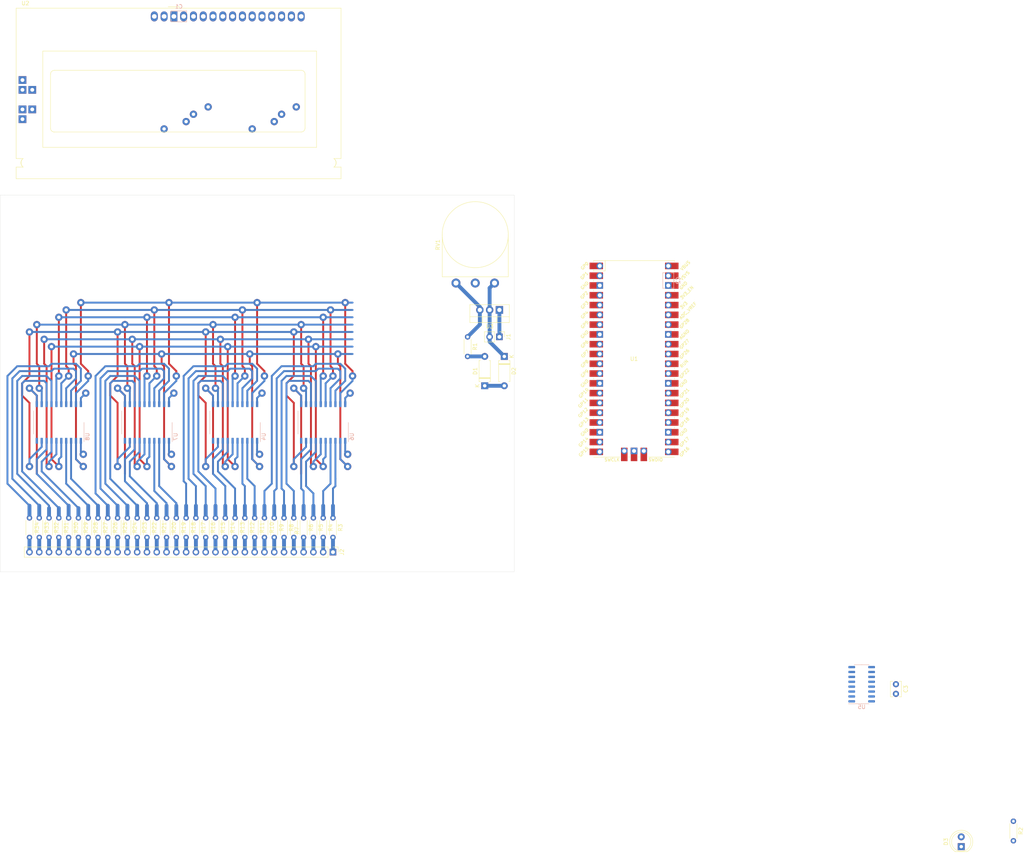
<source format=kicad_pcb>
(kicad_pcb (version 20171130) (host pcbnew "(5.1.10)-1")
  (layers (0 F.Cu signal) (31 B.Cu signal) (34 B.Paste user) (35 F.Paste user) (36 B.SilkS user) (37 F.SilkS user) (38 B.Mask user) (39 F.Mask user) (44 Edge.Cuts user))
  (net 0 "")
  (net 1 /5V)
  (net 2 /1.6V)
  (net 3 "Net-(D1-Pad1)")
  (net 4 /0V)
  (net 5 +12V)
  (net 6 "Net-(RV1-Pad2)")
  (net 7 "Net-(U1-Pad19)")
  (net 8 "Net-(U1-Pad20)")
  (net 9 "Net-(U1-Pad17)")
  (net 10 "Net-(U2-Pad15)")
  (net 11 "Net-(U2-Pad16)")
  (net 12 "Net-(U1-Pad30)")
  (net 13 "Net-(U1-Pad35)")
  (net 14 "Net-(U1-Pad36)")
  (net 15 "Net-(U1-Pad37)")
  (net 16 "Net-(U1-Pad40)")
  (net 17 "Net-(U1-Pad18)")
  (net 18 "Net-(U1-Pad13)")
  (net 19 "Net-(U1-Pad8)")
  (net 20 "Net-(U1-Pad3)")
  (net 21 "Net-(J2-Pad16)")
  (net 22 "Net-(J2-Pad15)")
  (net 23 "Net-(J2-Pad14)")
  (net 24 "Net-(J2-Pad13)")
  (net 25 "Net-(J2-Pad12)")
  (net 26 "Net-(J2-Pad11)")
  (net 27 "Net-(J2-Pad10)")
  (net 28 "Net-(J2-Pad9)")
  (net 29 "Net-(J2-Pad8)")
  (net 30 "Net-(J2-Pad7)")
  (net 31 "Net-(J2-Pad6)")
  (net 32 "Net-(J2-Pad5)")
  (net 33 "Net-(J2-Pad4)")
  (net 34 "Net-(J2-Pad3)")
  (net 35 "Net-(J2-Pad2)")
  (net 36 "Net-(J2-Pad1)")
  (net 37 "Net-(J3-Pad3)")
  (net 38 "Net-(J3-Pad2)")
  (net 39 "Net-(J3-Pad1)")
  (net 40 "Net-(D3-Pad2)")
  (net 41 "Net-(J2-Pad32)")
  (net 42 "Net-(J2-Pad31)")
  (net 43 "Net-(J2-Pad30)")
  (net 44 "Net-(J2-Pad29)")
  (net 45 "Net-(J2-Pad28)")
  (net 46 "Net-(J2-Pad27)")
  (net 47 "Net-(J2-Pad26)")
  (net 48 "Net-(J2-Pad25)")
  (net 49 "Net-(J2-Pad24)")
  (net 50 "Net-(J2-Pad23)")
  (net 51 "Net-(J2-Pad22)")
  (net 52 "Net-(J2-Pad21)")
  (net 53 "Net-(J2-Pad20)")
  (net 54 "Net-(J2-Pad19)")
  (net 55 "Net-(J2-Pad18)")
  (net 56 "Net-(J2-Pad17)")
  (net 57 /L0)
  (net 58 /L1)
  (net 59 /L2)
  (net 60 /L3)
  (net 61 /L4)
  (net 62 /L5)
  (net 63 /L6)
  (net 64 /L7)
  (net 65 /CS1)
  (net 66 /CS2)
  (net 67 /DB7)
  (net 68 /DB6)
  (net 69 /DB5)
  (net 70 /DB4)
  (net 71 /DB3)
  (net 72 /DB2)
  (net 73 /DB1)
  (net 74 /DB0)
  (net 75 /CS0)
  (net 76 "Net-(U5-Pad11)")
  (net 77 "Net-(U5-Pad10)")
  (net 78 "Net-(U5-Pad9)")
  (net 79 "Net-(U5-Pad7)")
  (net 80 "Net-(U5-Pad6)")
  (net 81 "Net-(U5-Pad5)")
  (net 82 "Net-(U5-Pad4)")
  (net 83 /CE1)
  (net 84 /CE0)
  (net 85 /CE2)
  (net 86 /CE3)
  (net 87 /P1)
  (net 88 /P2)
  (net 89 /P3)
  (net 90 /P4)
  (net 91 /P5)
  (net 92 /P6)
  (net 93 /P7)
  (net 94 /P8)
  (net 95 /P9)
  (net 96 /P10)
  (net 97 /P11)
  (net 98 /P12)
  (net 99 /P13)
  (net 100 /P14)
  (net 101 /P15)
  (net 102 /P16)
  (net 103 /P17)
  (net 104 /P18)
  (net 105 /P19)
  (net 106 /P20)
  (net 107 /P21)
  (net 108 /P22)
  (net 109 /P23)
  (net 110 /P24)
  (net 111 /P25)
  (net 112 /P26)
  (net 113 /P27)
  (net 114 /P28)
  (net 115 /P29)
  (net 116 /P30)
  (net 117 /P31)
  (net 118 /P32)
  (net 119 /RS)
  (net 120 /RW)
  (net 121 /E)
  (net 122 /LE)
  (module Display:RC1602A (layer F.Cu) (at 108.585 4.445)
    (fp_text reference U2 (at -38.53 -3.41 180) (layer F.SilkS))
    (fp_text value RC1602A)
    (pad 1 thru_hole rect (at 0 0 180) (size 1.8 2.6) (drill 1.2) (layers *.Cu *.Mask) (net 2 /1.6V))
    (pad 2 thru_hole oval (at 2.54 0 180) (size 1.8 2.6) (drill 1.2) (layers *.Cu *.Mask) (net 1 /5V))
    (pad 3 thru_hole oval (at 5.08 0 180) (size 1.8 2.6) (drill 1.2) (layers *.Cu *.Mask) (net 6 "Net-(RV1-Pad2)"))
    (pad 4 thru_hole oval (at 7.62 0 180) (size 1.8 2.6) (drill 1.2) (layers *.Cu *.Mask) (net 119 /RS))
    (pad 5 thru_hole oval (at 10.16 0 180) (size 1.8 2.6) (drill 1.2) (layers *.Cu *.Mask) (net 120 /RW))
    (pad 6 thru_hole oval (at 12.7 0 180) (size 1.8 2.6) (drill 1.2) (layers *.Cu *.Mask) (net 121 /E))
    (pad 7 thru_hole oval (at 15.24 0 180) (size 1.8 2.6) (drill 1.2) (layers *.Cu *.Mask) (net 74 /DB0))
    (pad 8 thru_hole oval (at 17.78 0 180) (size 1.8 2.6) (drill 1.2) (layers *.Cu *.Mask) (net 73 /DB1))
    (pad 9 thru_hole oval (at 20.32 0 180) (size 1.8 2.6) (drill 1.2) (layers *.Cu *.Mask) (net 72 /DB2))
    (pad 10 thru_hole oval (at 22.86 0 180) (size 1.8 2.6) (drill 1.2) (layers *.Cu *.Mask) (net 71 /DB3))
    (pad 11 thru_hole oval (at 25.4 0 180) (size 1.8 2.6) (drill 1.2) (layers *.Cu *.Mask) (net 70 /DB4))
    (pad 12 thru_hole oval (at 27.94 0 180) (size 1.8 2.6) (drill 1.2) (layers *.Cu *.Mask) (net 69 /DB5))
    (pad 13 thru_hole oval (at 30.48508 0.00254 180) (size 1.8 2.6) (drill 1.2) (layers *.Cu *.Mask) (net 68 /DB6))
    (pad 14 thru_hole oval (at 33.02 0 180) (size 1.8 2.6) (drill 1.2) (layers *.Cu *.Mask) (net 67 /DB7))
    (pad 15 thru_hole oval (at -5.08 0 180) (size 1.8 2.6) (drill 1.2) (layers *.Cu *.Mask) (net 10 "Net-(U2-Pad15)"))
    (pad 16 thru_hole oval (at -2.53492 0.00254 180) (size 1.8 2.6) (drill 1.2) (layers *.Cu *.Mask) (net 11 "Net-(U2-Pad16)"))
    (pad "" np_thru_hole circle (at 39.22 2 180) (size 2.5 2.5) (drill 2.5) (layers *.Cu *.Mask))
    (pad "" np_thru_hole circle (at 40.72 38 180) (size 2.5 2.5) (drill 2.5) (layers *.Cu *.Mask))
    (pad "" np_thru_hole circle (at -38.28 38 180) (size 2.5 2.5) (drill 2.5) (layers *.Cu *.Mask))
    (pad "" np_thru_hole circle (at -36.78 2 180) (size 2.5 2.5) (drill 2.5) (layers *.Cu *.Mask))
    (pad A1 thru_hole rect (at -39.28 26.68 180) (size 2 2) (drill 1) (layers *.Cu *.Mask))
    (pad A1 thru_hole rect (at -39.28 24.14 180) (size 2 2) (drill 1) (layers *.Cu *.Mask))
    (pad A1 thru_hole rect (at -36.74 24.14 180) (size 2 2) (drill 1) (layers *.Cu *.Mask))
    (pad K1 thru_hole rect (at -36.74 19.06 180) (size 2 2) (drill 1) (layers *.Cu *.Mask))
    (pad K1 thru_hole rect (at -39.28 19.06 180) (size 2 2) (drill 1) (layers *.Cu *.Mask))
    (pad K1 thru_hole rect (at -39.28 16.52 180) (size 2 2) (drill 1) (layers *.Cu *.Mask))
  )
  (module MCU_RaspberryPi_and_Boards:RPi_Pico_SMD_TH (layer F.Cu) (at 227.965 93.345)
    (fp_text reference U1 (at 0 0) (layer F.SilkS))
    (fp_text value Pico)
    (fp_text user SWDIO (at 5.6 26.2) (layer F.SilkS) (effects (font (size 0.8 0.8))))
    (fp_text user SWCLK (at -5.7 26.2) (layer F.SilkS) (effects (font (size 0.8 0.8))))
    (fp_text user AGND (at 13.054 -6.35 45) (layer F.SilkS) (effects (font (size 0.8 0.8))))
    (fp_text user GND (at 12.8 -19.05 45) (layer F.SilkS) (effects (font (size 0.8 0.8))))
    (fp_text user GND (at 12.8 6.35 45) (layer F.SilkS) (effects (font (size 0.8 0.8))))
    (fp_text user GND (at 12.8 19.05 45) (layer F.SilkS) (effects (font (size 0.8 0.8))))
    (fp_text user GND (at -12.8 19.05 45) (layer F.SilkS) (effects (font (size 0.8 0.8))))
    (fp_text user GND (at -12.8 6.35 45) (layer F.SilkS) (effects (font (size 0.8 0.8))))
    (fp_text user GND (at -12.8 -6.35 45) (layer F.SilkS) (effects (font (size 0.8 0.8))))
    (fp_text user GND (at -12.8 -19.05 45) (layer F.SilkS) (effects (font (size 0.8 0.8))))
    (fp_text user VBUS (at 13.3 -24.2 45) (layer F.SilkS) (effects (font (size 0.8 0.8))))
    (fp_text user VSYS (at 13.2 -21.59 45) (layer F.SilkS) (effects (font (size 0.8 0.8))))
    (fp_text user 3V3_EN (at 13.7 -17.2 45) (layer F.SilkS) (effects (font (size 0.8 0.8))))
    (fp_text user 3V3 (at 12.9 -13.9 45) (layer F.SilkS) (effects (font (size 0.8 0.8))))
    (fp_text user ADC_VREF (at 14 -12.5 45) (layer F.SilkS) (effects (font (size 0.8 0.8))))
    (fp_text user GP28 (at 13.054 -9.144 45) (layer F.SilkS) (effects (font (size 0.8 0.8))))
    (fp_text user GP27 (at 13.054 -3.8 45) (layer F.SilkS) (effects (font (size 0.8 0.8))))
    (fp_text user GP26 (at 13.054 -1.27 45) (layer F.SilkS) (effects (font (size 0.8 0.8))))
    (fp_text user RUN (at 13 1.27 45) (layer F.SilkS) (effects (font (size 0.8 0.8))))
    (fp_text user GP22 (at 13.054 3.81 45) (layer F.SilkS) (effects (font (size 0.8 0.8))))
    (fp_text user GP21 (at 13.054 8.9 45) (layer F.SilkS) (effects (font (size 0.8 0.8))))
    (fp_text user GP20 (at 13.054 11.43 45) (layer F.SilkS) (effects (font (size 0.8 0.8))))
    (fp_text user GP19 (at 13.054 13.97 45) (layer F.SilkS) (effects (font (size 0.8 0.8))))
    (fp_text user GP18 (at 13.054 16.51 45) (layer F.SilkS) (effects (font (size 0.8 0.8))))
    (fp_text user GP17 (at 13.054 21.59 45) (layer F.SilkS) (effects (font (size 0.8 0.8))))
    (fp_text user GP16 (at 13.054 24.13 45) (layer F.SilkS) (effects (font (size 0.8 0.8))))
    (fp_text user GP15 (at -13.054 24.13 45) (layer F.SilkS) (effects (font (size 0.8 0.8))))
    (fp_text user GP14 (at -13.1 21.59 45) (layer F.SilkS) (effects (font (size 0.8 0.8))))
    (fp_text user GP13 (at -13.054 16.51 45) (layer F.SilkS) (effects (font (size 0.8 0.8))))
    (fp_text user GP12 (at -13.2 13.97 45) (layer F.SilkS) (effects (font (size 0.8 0.8))))
    (fp_text user GP11 (at -13.2 11.43 45) (layer F.SilkS) (effects (font (size 0.8 0.8))))
    (fp_text user GP10 (at -13.054 8.89 45) (layer F.SilkS) (effects (font (size 0.8 0.8))))
    (fp_text user GP9 (at -12.8 3.81 45) (layer F.SilkS) (effects (font (size 0.8 0.8))))
    (fp_text user GP8 (at -12.8 1.27 45) (layer F.SilkS) (effects (font (size 0.8 0.8))))
    (fp_text user GP7 (at -12.7 -1.3 45) (layer F.SilkS) (effects (font (size 0.8 0.8))))
    (fp_text user GP6 (at -12.8 -3.81 45) (layer F.SilkS) (effects (font (size 0.8 0.8))))
    (fp_text user GP5 (at -12.8 -8.89 45) (layer F.SilkS) (effects (font (size 0.8 0.8))))
    (fp_text user GP4 (at -12.8 -11.43 45) (layer F.SilkS) (effects (font (size 0.8 0.8))))
    (fp_text user GP3 (at -12.8 -13.97 45) (layer F.SilkS) (effects (font (size 0.8 0.8))))
    (fp_text user GP0 (at -12.8 -24.13 45) (layer F.SilkS) (effects (font (size 0.8 0.8))))
    (fp_text user GP2 (at -12.9 -16.51 45) (layer F.SilkS) (effects (font (size 0.8 0.8))))
    (fp_text user GP1 (at -12.9 -21.6 45) (layer F.SilkS) (effects (font (size 0.8 0.8))))
    (pad 43 thru_hole oval (at 2.54 23.9) (size 1.7 1.7) (drill 1.02) (layers *.Cu *.Mask) (net 37 "Net-(J3-Pad3)"))
    (pad 43 smd rect (at 2.54 23.9 90) (size 3.5 1.7) (drill (offset -0.9 0)) (layers F.Cu F.Mask) (net 37 "Net-(J3-Pad3)"))
    (pad 42 thru_hole rect (at 0 23.9) (size 1.7 1.7) (drill 1.02) (layers *.Cu *.Mask) (net 38 "Net-(J3-Pad2)"))
    (pad 42 smd rect (at 0 23.9 90) (size 3.5 1.7) (drill (offset -0.9 0)) (layers F.Cu F.Mask) (net 38 "Net-(J3-Pad2)"))
    (pad 41 thru_hole oval (at -2.54 23.9) (size 1.7 1.7) (drill 1.02) (layers *.Cu *.Mask) (net 39 "Net-(J3-Pad1)"))
    (pad 41 smd rect (at -2.54 23.9 90) (size 3.5 1.7) (drill (offset -0.9 0)) (layers F.Cu F.Mask) (net 39 "Net-(J3-Pad1)"))
    (pad "" np_thru_hole oval (at 2.425 -20.97) (size 1.5 1.5) (drill 1.5) (layers *.Cu *.Mask))
    (pad "" np_thru_hole oval (at -2.425 -20.97) (size 1.5 1.5) (drill 1.5) (layers *.Cu *.Mask))
    (pad "" np_thru_hole oval (at 2.725 -24) (size 1.8 1.8) (drill 1.8) (layers *.Cu *.Mask))
    (pad "" np_thru_hole oval (at -2.725 -24) (size 1.8 1.8) (drill 1.8) (layers *.Cu *.Mask))
    (pad 21 smd rect (at 8.89 24.13) (size 3.5 1.7) (drill (offset 0.9 0)) (layers F.Cu F.Mask) (net 57 /L0))
    (pad 22 smd rect (at 8.89 21.59) (size 3.5 1.7) (drill (offset 0.9 0)) (layers F.Cu F.Mask) (net 58 /L1))
    (pad 23 smd rect (at 8.89 19.05) (size 3.5 1.7) (drill (offset 0.9 0)) (layers F.Cu F.Mask) (net 2 /1.6V))
    (pad 24 smd rect (at 8.89 16.51) (size 3.5 1.7) (drill (offset 0.9 0)) (layers F.Cu F.Mask) (net 59 /L2))
    (pad 25 smd rect (at 8.89 13.97) (size 3.5 1.7) (drill (offset 0.9 0)) (layers F.Cu F.Mask) (net 60 /L3))
    (pad 26 smd rect (at 8.89 11.43) (size 3.5 1.7) (drill (offset 0.9 0)) (layers F.Cu F.Mask) (net 61 /L4))
    (pad 27 smd rect (at 8.89 8.89) (size 3.5 1.7) (drill (offset 0.9 0)) (layers F.Cu F.Mask) (net 62 /L5))
    (pad 28 smd rect (at 8.89 6.35) (size 3.5 1.7) (drill (offset 0.9 0)) (layers F.Cu F.Mask) (net 2 /1.6V))
    (pad 29 smd rect (at 8.89 3.81) (size 3.5 1.7) (drill (offset 0.9 0)) (layers F.Cu F.Mask) (net 63 /L6))
    (pad 30 smd rect (at 8.89 1.27) (size 3.5 1.7) (drill (offset 0.9 0)) (layers F.Cu F.Mask) (net 12 "Net-(U1-Pad30)"))
    (pad 31 smd rect (at 8.89 -1.27) (size 3.5 1.7) (drill (offset 0.9 0)) (layers F.Cu F.Mask) (net 64 /L7))
    (pad 32 smd rect (at 8.89 -3.81) (size 3.5 1.7) (drill (offset 0.9 0)) (layers F.Cu F.Mask) (net 65 /CS1))
    (pad 33 smd rect (at 8.89 -6.35) (size 3.5 1.7) (drill (offset 0.9 0)) (layers F.Cu F.Mask) (net 2 /1.6V))
    (pad 34 smd rect (at 8.89 -8.89) (size 3.5 1.7) (drill (offset 0.9 0)) (layers F.Cu F.Mask) (net 66 /CS2))
    (pad 35 smd rect (at 8.89 -11.43) (size 3.5 1.7) (drill (offset 0.9 0)) (layers F.Cu F.Mask) (net 13 "Net-(U1-Pad35)"))
    (pad 36 smd rect (at 8.89 -13.97) (size 3.5 1.7) (drill (offset 0.9 0)) (layers F.Cu F.Mask) (net 14 "Net-(U1-Pad36)"))
    (pad 37 smd rect (at 8.89 -16.51) (size 3.5 1.7) (drill (offset 0.9 0)) (layers F.Cu F.Mask) (net 15 "Net-(U1-Pad37)"))
    (pad 38 smd rect (at 8.89 -19.05) (size 3.5 1.7) (drill (offset 0.9 0)) (layers F.Cu F.Mask) (net 2 /1.6V))
    (pad 39 smd rect (at 8.89 -21.59) (size 3.5 1.7) (drill (offset 0.9 0)) (layers F.Cu F.Mask) (net 1 /5V))
    (pad 40 smd rect (at 8.89 -24.13) (size 3.5 1.7) (drill (offset 0.9 0)) (layers F.Cu F.Mask) (net 16 "Net-(U1-Pad40)"))
    (pad 20 smd rect (at -8.89 24.13) (size 3.5 1.7) (drill (offset -0.9 0)) (layers F.Cu F.Mask) (net 8 "Net-(U1-Pad20)"))
    (pad 19 smd rect (at -8.89 21.59) (size 3.5 1.7) (drill (offset -0.9 0)) (layers F.Cu F.Mask) (net 7 "Net-(U1-Pad19)"))
    (pad 18 smd rect (at -8.89 19.05) (size 3.5 1.7) (drill (offset -0.9 0)) (layers F.Cu F.Mask) (net 17 "Net-(U1-Pad18)"))
    (pad 17 smd rect (at -8.89 16.51) (size 3.5 1.7) (drill (offset -0.9 0)) (layers F.Cu F.Mask) (net 9 "Net-(U1-Pad17)"))
    (pad 16 smd rect (at -8.89 13.97) (size 3.5 1.7) (drill (offset -0.9 0)) (layers F.Cu F.Mask) (net 119 /RS))
    (pad 15 smd rect (at -8.89 11.43) (size 3.5 1.7) (drill (offset -0.9 0)) (layers F.Cu F.Mask) (net 120 /RW))
    (pad 14 smd rect (at -8.89 8.89) (size 3.5 1.7) (drill (offset -0.9 0)) (layers F.Cu F.Mask) (net 121 /E))
    (pad 13 smd rect (at -8.89 6.35) (size 3.5 1.7) (drill (offset -0.9 0)) (layers F.Cu F.Mask) (net 18 "Net-(U1-Pad13)"))
    (pad 12 smd rect (at -8.89 3.81) (size 3.5 1.7) (drill (offset -0.9 0)) (layers F.Cu F.Mask) (net 67 /DB7))
    (pad 11 smd rect (at -8.89 1.27) (size 3.5 1.7) (drill (offset -0.9 0)) (layers F.Cu F.Mask) (net 68 /DB6))
    (pad 10 smd rect (at -8.89 -1.27) (size 3.5 1.7) (drill (offset -0.9 0)) (layers F.Cu F.Mask) (net 69 /DB5))
    (pad 9 smd rect (at -8.89 -3.81) (size 3.5 1.7) (drill (offset -0.9 0)) (layers F.Cu F.Mask) (net 70 /DB4))
    (pad 8 smd rect (at -8.89 -6.35) (size 3.5 1.7) (drill (offset -0.9 0)) (layers F.Cu F.Mask) (net 19 "Net-(U1-Pad8)"))
    (pad 7 smd rect (at -8.89 -8.89) (size 3.5 1.7) (drill (offset -0.9 0)) (layers F.Cu F.Mask) (net 71 /DB3))
    (pad 6 smd rect (at -8.89 -11.43) (size 3.5 1.7) (drill (offset -0.9 0)) (layers F.Cu F.Mask) (net 72 /DB2))
    (pad 5 smd rect (at -8.89 -13.97) (size 3.5 1.7) (drill (offset -0.9 0)) (layers F.Cu F.Mask) (net 73 /DB1))
    (pad 4 smd rect (at -8.89 -16.51) (size 3.5 1.7) (drill (offset -0.9 0)) (layers F.Cu F.Mask) (net 74 /DB0))
    (pad 3 smd rect (at -8.89 -19.05) (size 3.5 1.7) (drill (offset -0.9 0)) (layers F.Cu F.Mask) (net 20 "Net-(U1-Pad3)"))
    (pad 2 smd rect (at -8.89 -21.59) (size 3.5 1.7) (drill (offset -0.9 0)) (layers F.Cu F.Mask) (net 122 /LE))
    (pad 1 smd rect (at -8.89 -24.13) (size 3.5 1.7) (drill (offset -0.9 0)) (layers F.Cu F.Mask) (net 75 /CS0))
    (pad 40 thru_hole oval (at 8.89 -24.13) (size 1.7 1.7) (drill 1.02) (layers *.Cu *.Mask) (net 16 "Net-(U1-Pad40)"))
    (pad 39 thru_hole oval (at 8.89 -21.59) (size 1.7 1.7) (drill 1.02) (layers *.Cu *.Mask) (net 1 /5V))
    (pad 38 thru_hole rect (at 8.89 -19.05) (size 1.7 1.7) (drill 1.02) (layers *.Cu *.Mask) (net 2 /1.6V))
    (pad 37 thru_hole oval (at 8.89 -16.51) (size 1.7 1.7) (drill 1.02) (layers *.Cu *.Mask) (net 15 "Net-(U1-Pad37)"))
    (pad 36 thru_hole oval (at 8.89 -13.97) (size 1.7 1.7) (drill 1.02) (layers *.Cu *.Mask) (net 14 "Net-(U1-Pad36)"))
    (pad 35 thru_hole oval (at 8.89 -11.43) (size 1.7 1.7) (drill 1.02) (layers *.Cu *.Mask) (net 13 "Net-(U1-Pad35)"))
    (pad 34 thru_hole oval (at 8.89 -8.89) (size 1.7 1.7) (drill 1.02) (layers *.Cu *.Mask) (net 66 /CS2))
    (pad 33 thru_hole rect (at 8.89 -6.35) (size 1.7 1.7) (drill 1.02) (layers *.Cu *.Mask) (net 2 /1.6V))
    (pad 32 thru_hole oval (at 8.89 -3.81) (size 1.7 1.7) (drill 1.02) (layers *.Cu *.Mask) (net 65 /CS1))
    (pad 31 thru_hole oval (at 8.89 -1.27) (size 1.7 1.7) (drill 1.02) (layers *.Cu *.Mask) (net 64 /L7))
    (pad 30 thru_hole oval (at 8.89 1.27) (size 1.7 1.7) (drill 1.02) (layers *.Cu *.Mask) (net 12 "Net-(U1-Pad30)"))
    (pad 29 thru_hole oval (at 8.89 3.81) (size 1.7 1.7) (drill 1.02) (layers *.Cu *.Mask) (net 63 /L6))
    (pad 28 thru_hole rect (at 8.89 6.35) (size 1.7 1.7) (drill 1.02) (layers *.Cu *.Mask) (net 2 /1.6V))
    (pad 27 thru_hole oval (at 8.89 8.89) (size 1.7 1.7) (drill 1.02) (layers *.Cu *.Mask) (net 62 /L5))
    (pad 26 thru_hole oval (at 8.89 11.43) (size 1.7 1.7) (drill 1.02) (layers *.Cu *.Mask) (net 61 /L4))
    (pad 25 thru_hole oval (at 8.89 13.97) (size 1.7 1.7) (drill 1.02) (layers *.Cu *.Mask) (net 60 /L3))
    (pad 24 thru_hole oval (at 8.89 16.51) (size 1.7 1.7) (drill 1.02) (layers *.Cu *.Mask) (net 59 /L2))
    (pad 23 thru_hole rect (at 8.89 19.05) (size 1.7 1.7) (drill 1.02) (layers *.Cu *.Mask) (net 2 /1.6V))
    (pad 22 thru_hole oval (at 8.89 21.59) (size 1.7 1.7) (drill 1.02) (layers *.Cu *.Mask) (net 58 /L1))
    (pad 21 thru_hole oval (at 8.89 24.13) (size 1.7 1.7) (drill 1.02) (layers *.Cu *.Mask) (net 57 /L0))
    (pad 20 thru_hole oval (at -8.89 24.13) (size 1.7 1.7) (drill 1.02) (layers *.Cu *.Mask) (net 8 "Net-(U1-Pad20)"))
    (pad 19 thru_hole oval (at -8.89 21.59) (size 1.7 1.7) (drill 1.02) (layers *.Cu *.Mask) (net 7 "Net-(U1-Pad19)"))
    (pad 18 thru_hole rect (at -8.89 19.05) (size 1.7 1.7) (drill 1.02) (layers *.Cu *.Mask) (net 17 "Net-(U1-Pad18)"))
    (pad 17 thru_hole oval (at -8.89 16.51) (size 1.7 1.7) (drill 1.02) (layers *.Cu *.Mask) (net 9 "Net-(U1-Pad17)"))
    (pad 16 thru_hole oval (at -8.89 13.97) (size 1.7 1.7) (drill 1.02) (layers *.Cu *.Mask) (net 119 /RS))
    (pad 15 thru_hole oval (at -8.89 11.43) (size 1.7 1.7) (drill 1.02) (layers *.Cu *.Mask) (net 120 /RW))
    (pad 14 thru_hole oval (at -8.89 8.89) (size 1.7 1.7) (drill 1.02) (layers *.Cu *.Mask) (net 121 /E))
    (pad 13 thru_hole rect (at -8.89 6.35) (size 1.7 1.7) (drill 1.02) (layers *.Cu *.Mask) (net 18 "Net-(U1-Pad13)"))
    (pad 12 thru_hole oval (at -8.89 3.81) (size 1.7 1.7) (drill 1.02) (layers *.Cu *.Mask) (net 67 /DB7))
    (pad 11 thru_hole oval (at -8.89 1.27) (size 1.7 1.7) (drill 1.02) (layers *.Cu *.Mask) (net 68 /DB6))
    (pad 10 thru_hole oval (at -8.89 -1.27) (size 1.7 1.7) (drill 1.02) (layers *.Cu *.Mask) (net 69 /DB5))
    (pad 9 thru_hole oval (at -8.89 -3.81) (size 1.7 1.7) (drill 1.02) (layers *.Cu *.Mask) (net 70 /DB4))
    (pad 8 thru_hole rect (at -8.89 -6.35) (size 1.7 1.7) (drill 1.02) (layers *.Cu *.Mask) (net 19 "Net-(U1-Pad8)"))
    (pad 7 thru_hole oval (at -8.89 -8.89) (size 1.7 1.7) (drill 1.02) (layers *.Cu *.Mask) (net 71 /DB3))
    (pad 6 thru_hole oval (at -8.89 -11.43) (size 1.7 1.7) (drill 1.02) (layers *.Cu *.Mask) (net 72 /DB2))
    (pad 5 thru_hole oval (at -8.89 -13.97) (size 1.7 1.7) (drill 1.02) (layers *.Cu *.Mask) (net 73 /DB1))
    (pad 4 thru_hole oval (at -8.89 -16.51) (size 1.7 1.7) (drill 1.02) (layers *.Cu *.Mask) (net 74 /DB0))
    (pad 3 thru_hole rect (at -8.89 -19.05) (size 1.7 1.7) (drill 1.02) (layers *.Cu *.Mask) (net 20 "Net-(U1-Pad3)"))
    (pad 2 thru_hole oval (at -8.89 -21.59) (size 1.7 1.7) (drill 1.02) (layers *.Cu *.Mask) (net 122 /LE))
    (pad 1 thru_hole oval (at -8.89 -24.13) (size 1.7 1.7) (drill 1.02) (layers *.Cu *.Mask) (net 75 /CS0))
  )
  (module Package_SO:SO-20_12.8x7.5mm_P1.27mm (layer B.Cu) (at 78.74 109.855 90)
    (fp_text reference U8 (at -3.69 7.42 90) (layer B.SilkS) (effects (justify mirror)))
    (fp_text value 74LS373)
    (pad 20 smd rect (at 4.75 5.715 90) (size 1.5 0.6) (layers B.Cu B.Paste B.Mask) (net 1 /5V))
    (pad 19 smd rect (at 4.75 4.445 90) (size 1.5 0.6) (layers B.Cu B.Paste B.Mask) (net 64 /L7))
    (pad 18 smd rect (at 4.75 3.175 90) (size 1.5 0.6) (layers B.Cu B.Paste B.Mask) (net 118 /P32))
    (pad 17 smd rect (at 4.75 1.905 90) (size 1.5 0.6) (layers B.Cu B.Paste B.Mask) (net 117 /P31))
    (pad 16 smd rect (at 4.75 0.635 90) (size 1.5 0.6) (layers B.Cu B.Paste B.Mask) (net 63 /L6))
    (pad 15 smd rect (at 4.75 -0.635 90) (size 1.5 0.6) (layers B.Cu B.Paste B.Mask) (net 62 /L5))
    (pad 14 smd rect (at 4.75 -1.905 90) (size 1.5 0.6) (layers B.Cu B.Paste B.Mask) (net 116 /P30))
    (pad 13 smd rect (at 4.75 -3.175 90) (size 1.5 0.6) (layers B.Cu B.Paste B.Mask) (net 115 /P29))
    (pad 12 smd rect (at 4.75 -4.445 90) (size 1.5 0.6) (layers B.Cu B.Paste B.Mask) (net 61 /L4))
    (pad 11 smd rect (at 4.75 -5.715 90) (size 1.5 0.6) (layers B.Cu B.Paste B.Mask) (net 122 /LE))
    (pad 10 smd rect (at -4.75 -5.715 90) (size 1.5 0.6) (layers B.Cu B.Paste B.Mask) (net 2 /1.6V))
    (pad 9 smd rect (at -4.75 -4.445 90) (size 1.5 0.6) (layers B.Cu B.Paste B.Mask) (net 60 /L3))
    (pad 8 smd rect (at -4.75 -3.175 90) (size 1.5 0.6) (layers B.Cu B.Paste B.Mask) (net 114 /P28))
    (pad 7 smd rect (at -4.75 -1.905 90) (size 1.5 0.6) (layers B.Cu B.Paste B.Mask) (net 113 /P27))
    (pad 1 smd rect (at -4.75 5.715 90) (size 1.5 0.6) (layers B.Cu B.Paste B.Mask) (net 86 /CE3))
    (pad 2 smd rect (at -4.75 4.445 90) (size 1.5 0.6) (layers B.Cu B.Paste B.Mask) (net 57 /L0))
    (pad 3 smd rect (at -4.75 3.175 90) (size 1.5 0.6) (layers B.Cu B.Paste B.Mask) (net 111 /P25))
    (pad 4 smd rect (at -4.75 1.905 90) (size 1.5 0.6) (layers B.Cu B.Paste B.Mask) (net 112 /P26))
    (pad 5 smd rect (at -4.75 0.635 90) (size 1.5 0.6) (layers B.Cu B.Paste B.Mask) (net 58 /L1))
    (pad 6 smd rect (at -4.75 -0.635 90) (size 1.5 0.6) (layers B.Cu B.Paste B.Mask) (net 59 /L2))
  )
  (module Package_SO:SO-20_12.8x7.5mm_P1.27mm (layer B.Cu) (at 101.6 109.855 90)
    (fp_text reference U7 (at -3.69 7.42 90) (layer B.SilkS) (effects (justify mirror)))
    (fp_text value 74LS373)
    (pad 20 smd rect (at 4.75 5.715 90) (size 1.5 0.6) (layers B.Cu B.Paste B.Mask) (net 1 /5V))
    (pad 19 smd rect (at 4.75 4.445 90) (size 1.5 0.6) (layers B.Cu B.Paste B.Mask) (net 64 /L7))
    (pad 18 smd rect (at 4.75 3.175 90) (size 1.5 0.6) (layers B.Cu B.Paste B.Mask) (net 110 /P24))
    (pad 17 smd rect (at 4.75 1.905 90) (size 1.5 0.6) (layers B.Cu B.Paste B.Mask) (net 109 /P23))
    (pad 16 smd rect (at 4.75 0.635 90) (size 1.5 0.6) (layers B.Cu B.Paste B.Mask) (net 63 /L6))
    (pad 15 smd rect (at 4.75 -0.635 90) (size 1.5 0.6) (layers B.Cu B.Paste B.Mask) (net 62 /L5))
    (pad 14 smd rect (at 4.75 -1.905 90) (size 1.5 0.6) (layers B.Cu B.Paste B.Mask) (net 108 /P22))
    (pad 13 smd rect (at 4.75 -3.175 90) (size 1.5 0.6) (layers B.Cu B.Paste B.Mask) (net 107 /P21))
    (pad 12 smd rect (at 4.75 -4.445 90) (size 1.5 0.6) (layers B.Cu B.Paste B.Mask) (net 61 /L4))
    (pad 11 smd rect (at 4.75 -5.715 90) (size 1.5 0.6) (layers B.Cu B.Paste B.Mask) (net 122 /LE))
    (pad 10 smd rect (at -4.75 -5.715 90) (size 1.5 0.6) (layers B.Cu B.Paste B.Mask) (net 2 /1.6V))
    (pad 9 smd rect (at -4.75 -4.445 90) (size 1.5 0.6) (layers B.Cu B.Paste B.Mask) (net 60 /L3))
    (pad 8 smd rect (at -4.75 -3.175 90) (size 1.5 0.6) (layers B.Cu B.Paste B.Mask) (net 106 /P20))
    (pad 7 smd rect (at -4.75 -1.905 90) (size 1.5 0.6) (layers B.Cu B.Paste B.Mask) (net 105 /P19))
    (pad 1 smd rect (at -4.75 5.715 90) (size 1.5 0.6) (layers B.Cu B.Paste B.Mask) (net 85 /CE2))
    (pad 2 smd rect (at -4.75 4.445 90) (size 1.5 0.6) (layers B.Cu B.Paste B.Mask) (net 57 /L0))
    (pad 3 smd rect (at -4.75 3.175 90) (size 1.5 0.6) (layers B.Cu B.Paste B.Mask) (net 103 /P17))
    (pad 4 smd rect (at -4.75 1.905 90) (size 1.5 0.6) (layers B.Cu B.Paste B.Mask) (net 104 /P18))
    (pad 5 smd rect (at -4.75 0.635 90) (size 1.5 0.6) (layers B.Cu B.Paste B.Mask) (net 58 /L1))
    (pad 6 smd rect (at -4.75 -0.635 90) (size 1.5 0.6) (layers B.Cu B.Paste B.Mask) (net 59 /L2))
  )
  (module Package_SO:SO-20_12.8x7.5mm_P1.27mm (layer B.Cu) (at 147.32 109.855 90)
    (fp_text reference U6 (at -3.69 7.42 90) (layer B.SilkS) (effects (justify mirror)))
    (fp_text value 74LS373)
    (pad 20 smd rect (at 4.75 5.715 90) (size 1.5 0.6) (layers B.Cu B.Paste B.Mask) (net 1 /5V))
    (pad 19 smd rect (at 4.75 4.445 90) (size 1.5 0.6) (layers B.Cu B.Paste B.Mask) (net 64 /L7))
    (pad 18 smd rect (at 4.75 3.175 90) (size 1.5 0.6) (layers B.Cu B.Paste B.Mask) (net 94 /P8))
    (pad 17 smd rect (at 4.75 1.905 90) (size 1.5 0.6) (layers B.Cu B.Paste B.Mask) (net 93 /P7))
    (pad 16 smd rect (at 4.75 0.635 90) (size 1.5 0.6) (layers B.Cu B.Paste B.Mask) (net 63 /L6))
    (pad 15 smd rect (at 4.75 -0.635 90) (size 1.5 0.6) (layers B.Cu B.Paste B.Mask) (net 62 /L5))
    (pad 14 smd rect (at 4.75 -1.905 90) (size 1.5 0.6) (layers B.Cu B.Paste B.Mask) (net 92 /P6))
    (pad 13 smd rect (at 4.75 -3.175 90) (size 1.5 0.6) (layers B.Cu B.Paste B.Mask) (net 91 /P5))
    (pad 12 smd rect (at 4.75 -4.445 90) (size 1.5 0.6) (layers B.Cu B.Paste B.Mask) (net 61 /L4))
    (pad 11 smd rect (at 4.75 -5.715 90) (size 1.5 0.6) (layers B.Cu B.Paste B.Mask) (net 122 /LE))
    (pad 10 smd rect (at -4.75 -5.715 90) (size 1.5 0.6) (layers B.Cu B.Paste B.Mask) (net 2 /1.6V))
    (pad 9 smd rect (at -4.75 -4.445 90) (size 1.5 0.6) (layers B.Cu B.Paste B.Mask) (net 60 /L3))
    (pad 8 smd rect (at -4.75 -3.175 90) (size 1.5 0.6) (layers B.Cu B.Paste B.Mask) (net 90 /P4))
    (pad 7 smd rect (at -4.75 -1.905 90) (size 1.5 0.6) (layers B.Cu B.Paste B.Mask) (net 89 /P3))
    (pad 1 smd rect (at -4.75 5.715 90) (size 1.5 0.6) (layers B.Cu B.Paste B.Mask) (net 84 /CE0))
    (pad 2 smd rect (at -4.75 4.445 90) (size 1.5 0.6) (layers B.Cu B.Paste B.Mask) (net 57 /L0))
    (pad 3 smd rect (at -4.75 3.175 90) (size 1.5 0.6) (layers B.Cu B.Paste B.Mask) (net 87 /P1))
    (pad 4 smd rect (at -4.75 1.905 90) (size 1.5 0.6) (layers B.Cu B.Paste B.Mask) (net 88 /P2))
    (pad 5 smd rect (at -4.75 0.635 90) (size 1.5 0.6) (layers B.Cu B.Paste B.Mask) (net 58 /L1))
    (pad 6 smd rect (at -4.75 -0.635 90) (size 1.5 0.6) (layers B.Cu B.Paste B.Mask) (net 59 /L2))
  )
  (module Package_SO:SO-16_3.9x9.9mm_P1.27mm (layer B.Cu) (at 287.02 177.8)
    (fp_text reference U5 (at 0 5.9) (layer B.SilkS) (effects (justify mirror)))
    (fp_text value 74LS138)
    (pad 16 smd roundrect (at 2.575 4.445) (size 1.75 0.6) (layers B.Cu B.Paste B.Mask) (net 1 /5V))
    (pad 15 smd roundrect (at 2.575 3.175) (size 1.75 0.6) (layers B.Cu B.Paste B.Mask) (net 84 /CE0))
    (pad 14 smd roundrect (at 2.575 1.905) (size 1.75 0.6) (layers B.Cu B.Paste B.Mask) (net 83 /CE1))
    (pad 13 smd roundrect (at 2.575 0.635) (size 1.75 0.6) (layers B.Cu B.Paste B.Mask) (net 85 /CE2))
    (pad 12 smd roundrect (at 2.575 -0.635) (size 1.75 0.6) (layers B.Cu B.Paste B.Mask) (net 86 /CE3))
    (pad 11 smd roundrect (at 2.575 -1.905) (size 1.75 0.6) (layers B.Cu B.Paste B.Mask) (net 76 "Net-(U5-Pad11)"))
    (pad 10 smd roundrect (at 2.575 -3.175) (size 1.75 0.6) (layers B.Cu B.Paste B.Mask) (net 77 "Net-(U5-Pad10)"))
    (pad 9 smd roundrect (at 2.575 -4.445) (size 1.75 0.6) (layers B.Cu B.Paste B.Mask) (net 78 "Net-(U5-Pad9)"))
    (pad 8 smd roundrect (at -2.575 -4.445) (size 1.75 0.6) (layers B.Cu B.Paste B.Mask) (net 2 /1.6V))
    (pad 7 smd roundrect (at -2.575 -3.175) (size 1.75 0.6) (layers B.Cu B.Paste B.Mask) (net 79 "Net-(U5-Pad7)"))
    (pad 6 smd roundrect (at -2.575 -1.905) (size 1.75 0.6) (layers B.Cu B.Paste B.Mask) (net 80 "Net-(U5-Pad6)"))
    (pad 5 smd roundrect (at -2.575 -0.635) (size 1.75 0.6) (layers B.Cu B.Paste B.Mask) (net 81 "Net-(U5-Pad5)"))
    (pad 4 smd roundrect (at -2.575 0.635) (size 1.75 0.6) (layers B.Cu B.Paste B.Mask) (net 82 "Net-(U5-Pad4)"))
    (pad 3 smd roundrect (at -2.575 1.905) (size 1.75 0.6) (layers B.Cu B.Paste B.Mask) (net 66 /CS2))
    (pad 2 smd roundrect (at -2.575 3.175) (size 1.75 0.6) (layers B.Cu B.Paste B.Mask) (net 65 /CS1))
    (pad 1 smd roundrect (at -2.575 4.445) (size 1.75 0.6) (layers B.Cu B.Paste B.Mask) (net 75 /CS0))
  )
  (module Package_SO:SO-20_12.8x7.5mm_P1.27mm (layer B.Cu) (at 124.46 109.855 90)
    (fp_text reference U4 (at -3.69 7.42 90) (layer B.SilkS) (effects (justify mirror)))
    (fp_text value 74LS373)
    (pad 20 smd rect (at 4.75 5.715 90) (size 1.5 0.6) (layers B.Cu B.Paste B.Mask) (net 1 /5V))
    (pad 19 smd rect (at 4.75 4.445 90) (size 1.5 0.6) (layers B.Cu B.Paste B.Mask) (net 64 /L7))
    (pad 18 smd rect (at 4.75 3.175 90) (size 1.5 0.6) (layers B.Cu B.Paste B.Mask) (net 102 /P16))
    (pad 17 smd rect (at 4.75 1.905 90) (size 1.5 0.6) (layers B.Cu B.Paste B.Mask) (net 101 /P15))
    (pad 16 smd rect (at 4.75 0.635 90) (size 1.5 0.6) (layers B.Cu B.Paste B.Mask) (net 63 /L6))
    (pad 15 smd rect (at 4.75 -0.635 90) (size 1.5 0.6) (layers B.Cu B.Paste B.Mask) (net 62 /L5))
    (pad 14 smd rect (at 4.75 -1.905 90) (size 1.5 0.6) (layers B.Cu B.Paste B.Mask) (net 100 /P14))
    (pad 13 smd rect (at 4.75 -3.175 90) (size 1.5 0.6) (layers B.Cu B.Paste B.Mask) (net 99 /P13))
    (pad 12 smd rect (at 4.75 -4.445 90) (size 1.5 0.6) (layers B.Cu B.Paste B.Mask) (net 61 /L4))
    (pad 11 smd rect (at 4.75 -5.715 90) (size 1.5 0.6) (layers B.Cu B.Paste B.Mask) (net 122 /LE))
    (pad 10 smd rect (at -4.75 -5.715 90) (size 1.5 0.6) (layers B.Cu B.Paste B.Mask) (net 2 /1.6V))
    (pad 9 smd rect (at -4.75 -4.445 90) (size 1.5 0.6) (layers B.Cu B.Paste B.Mask) (net 60 /L3))
    (pad 8 smd rect (at -4.75 -3.175 90) (size 1.5 0.6) (layers B.Cu B.Paste B.Mask) (net 98 /P12))
    (pad 7 smd rect (at -4.75 -1.905 90) (size 1.5 0.6) (layers B.Cu B.Paste B.Mask) (net 97 /P11))
    (pad 1 smd rect (at -4.75 5.715 90) (size 1.5 0.6) (layers B.Cu B.Paste B.Mask) (net 83 /CE1))
    (pad 2 smd rect (at -4.75 4.445 90) (size 1.5 0.6) (layers B.Cu B.Paste B.Mask) (net 57 /L0))
    (pad 3 smd rect (at -4.75 3.175 90) (size 1.5 0.6) (layers B.Cu B.Paste B.Mask) (net 95 /P9))
    (pad 4 smd rect (at -4.75 1.905 90) (size 1.5 0.6) (layers B.Cu B.Paste B.Mask) (net 96 /P10))
    (pad 5 smd rect (at -4.75 0.635 90) (size 1.5 0.6) (layers B.Cu B.Paste B.Mask) (net 58 /L1))
    (pad 6 smd rect (at -4.75 -0.635 90) (size 1.5 0.6) (layers B.Cu B.Paste B.Mask) (net 59 /L2))
  )
  (module Package_TO_SOT_THT:TO-220-3_Vertical (layer F.Cu) (at 193.04 80.645 180)
    (fp_text reference U3 (at 2.54 -4.27) (layer F.SilkS))
    (fp_text value L7805)
    (pad 3 thru_hole oval (at 5.08 0 180) (size 1.905 2) (drill 1.1) (layers *.Cu *.Mask) (net 1 /5V))
    (pad 2 thru_hole oval (at 2.54 0 180) (size 1.905 2) (drill 1.1) (layers *.Cu *.Mask) (net 4 /0V))
    (pad 1 thru_hole rect (at 0 0 180) (size 1.905 2) (drill 1.1) (layers *.Cu *.Mask) (net 5 +12V))
  )
  (module Resistor_THT:R_Axial_DIN0204_L3.6mm_D1.6mm_P5.08mm_Horizontal (layer F.Cu) (at 71.12 134.62 270)
    (fp_text reference R34 (at 2.54 -1.92 90) (layer F.SilkS))
    (fp_text value R)
    (pad 2 thru_hole oval (at 5.08 0 270) (size 1.4 1.4) (drill 0.7) (layers *.Cu *.Mask) (net 41 "Net-(J2-Pad32)"))
    (pad 1 thru_hole circle (at 0 0 270) (size 1.4 1.4) (drill 0.7) (layers *.Cu *.Mask) (net 118 /P32))
  )
  (module Resistor_THT:R_Axial_DIN0204_L3.6mm_D1.6mm_P5.08mm_Horizontal (layer F.Cu) (at 73.66 134.62 270)
    (fp_text reference R33 (at 2.54 -1.92 90) (layer F.SilkS))
    (fp_text value R)
    (pad 2 thru_hole oval (at 5.08 0 270) (size 1.4 1.4) (drill 0.7) (layers *.Cu *.Mask) (net 42 "Net-(J2-Pad31)"))
    (pad 1 thru_hole circle (at 0 0 270) (size 1.4 1.4) (drill 0.7) (layers *.Cu *.Mask) (net 117 /P31))
  )
  (module Resistor_THT:R_Axial_DIN0204_L3.6mm_D1.6mm_P5.08mm_Horizontal (layer F.Cu) (at 76.2 134.62 270)
    (fp_text reference R32 (at 2.54 -1.92 90) (layer F.SilkS))
    (fp_text value R)
    (pad 2 thru_hole oval (at 5.08 0 270) (size 1.4 1.4) (drill 0.7) (layers *.Cu *.Mask) (net 43 "Net-(J2-Pad30)"))
    (pad 1 thru_hole circle (at 0 0 270) (size 1.4 1.4) (drill 0.7) (layers *.Cu *.Mask) (net 116 /P30))
  )
  (module Resistor_THT:R_Axial_DIN0204_L3.6mm_D1.6mm_P5.08mm_Horizontal (layer F.Cu) (at 78.74 134.62 270)
    (fp_text reference R31 (at 2.54 -1.92 90) (layer F.SilkS))
    (fp_text value R)
    (pad 2 thru_hole oval (at 5.08 0 270) (size 1.4 1.4) (drill 0.7) (layers *.Cu *.Mask) (net 44 "Net-(J2-Pad29)"))
    (pad 1 thru_hole circle (at 0 0 270) (size 1.4 1.4) (drill 0.7) (layers *.Cu *.Mask) (net 115 /P29))
  )
  (module Resistor_THT:R_Axial_DIN0204_L3.6mm_D1.6mm_P5.08mm_Horizontal (layer F.Cu) (at 81.28 134.62 270)
    (fp_text reference R30 (at 2.54 -1.92 90) (layer F.SilkS))
    (fp_text value R)
    (pad 2 thru_hole oval (at 5.08 0 270) (size 1.4 1.4) (drill 0.7) (layers *.Cu *.Mask) (net 45 "Net-(J2-Pad28)"))
    (pad 1 thru_hole circle (at 0 0 270) (size 1.4 1.4) (drill 0.7) (layers *.Cu *.Mask) (net 114 /P28))
  )
  (module Resistor_THT:R_Axial_DIN0204_L3.6mm_D1.6mm_P5.08mm_Horizontal (layer F.Cu) (at 83.82 134.62 270)
    (fp_text reference R29 (at 2.54 -1.92 90) (layer F.SilkS))
    (fp_text value R)
    (pad 2 thru_hole oval (at 5.08 0 270) (size 1.4 1.4) (drill 0.7) (layers *.Cu *.Mask) (net 46 "Net-(J2-Pad27)"))
    (pad 1 thru_hole circle (at 0 0 270) (size 1.4 1.4) (drill 0.7) (layers *.Cu *.Mask) (net 113 /P27))
  )
  (module Resistor_THT:R_Axial_DIN0204_L3.6mm_D1.6mm_P5.08mm_Horizontal (layer F.Cu) (at 86.36 134.62 270)
    (fp_text reference R28 (at 2.54 -1.92 90) (layer F.SilkS))
    (fp_text value R)
    (pad 2 thru_hole oval (at 5.08 0 270) (size 1.4 1.4) (drill 0.7) (layers *.Cu *.Mask) (net 47 "Net-(J2-Pad26)"))
    (pad 1 thru_hole circle (at 0 0 270) (size 1.4 1.4) (drill 0.7) (layers *.Cu *.Mask) (net 112 /P26))
  )
  (module Resistor_THT:R_Axial_DIN0204_L3.6mm_D1.6mm_P5.08mm_Horizontal (layer F.Cu) (at 88.9 134.62 270)
    (fp_text reference R27 (at 2.54 -1.92 90) (layer F.SilkS))
    (fp_text value R)
    (pad 2 thru_hole oval (at 5.08 0 270) (size 1.4 1.4) (drill 0.7) (layers *.Cu *.Mask) (net 48 "Net-(J2-Pad25)"))
    (pad 1 thru_hole circle (at 0 0 270) (size 1.4 1.4) (drill 0.7) (layers *.Cu *.Mask) (net 111 /P25))
  )
  (module Resistor_THT:R_Axial_DIN0204_L3.6mm_D1.6mm_P5.08mm_Horizontal (layer F.Cu) (at 91.44 134.62 270)
    (fp_text reference R26 (at 2.54 -1.92 90) (layer F.SilkS))
    (fp_text value R)
    (pad 2 thru_hole oval (at 5.08 0 270) (size 1.4 1.4) (drill 0.7) (layers *.Cu *.Mask) (net 49 "Net-(J2-Pad24)"))
    (pad 1 thru_hole circle (at 0 0 270) (size 1.4 1.4) (drill 0.7) (layers *.Cu *.Mask) (net 110 /P24))
  )
  (module Resistor_THT:R_Axial_DIN0204_L3.6mm_D1.6mm_P5.08mm_Horizontal (layer F.Cu) (at 93.98 134.62 270)
    (fp_text reference R25 (at 2.54 -1.92 90) (layer F.SilkS))
    (fp_text value R)
    (pad 2 thru_hole oval (at 5.08 0 270) (size 1.4 1.4) (drill 0.7) (layers *.Cu *.Mask) (net 50 "Net-(J2-Pad23)"))
    (pad 1 thru_hole circle (at 0 0 270) (size 1.4 1.4) (drill 0.7) (layers *.Cu *.Mask) (net 109 /P23))
  )
  (module Resistor_THT:R_Axial_DIN0204_L3.6mm_D1.6mm_P5.08mm_Horizontal (layer F.Cu) (at 96.52 134.62 270)
    (fp_text reference R24 (at 2.54 -1.92 90) (layer F.SilkS))
    (fp_text value R)
    (pad 2 thru_hole oval (at 5.08 0 270) (size 1.4 1.4) (drill 0.7) (layers *.Cu *.Mask) (net 51 "Net-(J2-Pad22)"))
    (pad 1 thru_hole circle (at 0 0 270) (size 1.4 1.4) (drill 0.7) (layers *.Cu *.Mask) (net 108 /P22))
  )
  (module Resistor_THT:R_Axial_DIN0204_L3.6mm_D1.6mm_P5.08mm_Horizontal (layer F.Cu) (at 99.06 134.62 270)
    (fp_text reference R23 (at 2.54 -1.92 90) (layer F.SilkS))
    (fp_text value R)
    (pad 2 thru_hole oval (at 5.08 0 270) (size 1.4 1.4) (drill 0.7) (layers *.Cu *.Mask) (net 52 "Net-(J2-Pad21)"))
    (pad 1 thru_hole circle (at 0 0 270) (size 1.4 1.4) (drill 0.7) (layers *.Cu *.Mask) (net 107 /P21))
  )
  (module Resistor_THT:R_Axial_DIN0204_L3.6mm_D1.6mm_P5.08mm_Horizontal (layer F.Cu) (at 101.6 134.62 270)
    (fp_text reference R22 (at 2.54 -1.92 90) (layer F.SilkS))
    (fp_text value R)
    (pad 2 thru_hole oval (at 5.08 0 270) (size 1.4 1.4) (drill 0.7) (layers *.Cu *.Mask) (net 53 "Net-(J2-Pad20)"))
    (pad 1 thru_hole circle (at 0 0 270) (size 1.4 1.4) (drill 0.7) (layers *.Cu *.Mask) (net 106 /P20))
  )
  (module Resistor_THT:R_Axial_DIN0204_L3.6mm_D1.6mm_P5.08mm_Horizontal (layer F.Cu) (at 104.14 134.62 270)
    (fp_text reference R21 (at 2.54 -1.92 90) (layer F.SilkS))
    (fp_text value R)
    (pad 2 thru_hole oval (at 5.08 0 270) (size 1.4 1.4) (drill 0.7) (layers *.Cu *.Mask) (net 54 "Net-(J2-Pad19)"))
    (pad 1 thru_hole circle (at 0 0 270) (size 1.4 1.4) (drill 0.7) (layers *.Cu *.Mask) (net 105 /P19))
  )
  (module Resistor_THT:R_Axial_DIN0204_L3.6mm_D1.6mm_P5.08mm_Horizontal (layer F.Cu) (at 106.68 134.62 270)
    (fp_text reference R20 (at 2.54 -1.92 90) (layer F.SilkS))
    (fp_text value R)
    (pad 2 thru_hole oval (at 5.08 0 270) (size 1.4 1.4) (drill 0.7) (layers *.Cu *.Mask) (net 55 "Net-(J2-Pad18)"))
    (pad 1 thru_hole circle (at 0 0 270) (size 1.4 1.4) (drill 0.7) (layers *.Cu *.Mask) (net 104 /P18))
  )
  (module Resistor_THT:R_Axial_DIN0204_L3.6mm_D1.6mm_P5.08mm_Horizontal (layer F.Cu) (at 109.22 134.62 270)
    (fp_text reference R19 (at 2.54 -1.92 90) (layer F.SilkS))
    (fp_text value R)
    (pad 2 thru_hole oval (at 5.08 0 270) (size 1.4 1.4) (drill 0.7) (layers *.Cu *.Mask) (net 56 "Net-(J2-Pad17)"))
    (pad 1 thru_hole circle (at 0 0 270) (size 1.4 1.4) (drill 0.7) (layers *.Cu *.Mask) (net 103 /P17))
  )
  (module Resistor_THT:R_Axial_DIN0204_L3.6mm_D1.6mm_P5.08mm_Horizontal (layer F.Cu) (at 111.76 134.62 270)
    (fp_text reference R18 (at 2.54 -1.92 90) (layer F.SilkS))
    (fp_text value R)
    (pad 2 thru_hole oval (at 5.08 0 270) (size 1.4 1.4) (drill 0.7) (layers *.Cu *.Mask) (net 21 "Net-(J2-Pad16)"))
    (pad 1 thru_hole circle (at 0 0 270) (size 1.4 1.4) (drill 0.7) (layers *.Cu *.Mask) (net 102 /P16))
  )
  (module Resistor_THT:R_Axial_DIN0204_L3.6mm_D1.6mm_P5.08mm_Horizontal (layer F.Cu) (at 114.3 134.62 270)
    (fp_text reference R17 (at 2.54 -1.92 90) (layer F.SilkS))
    (fp_text value R)
    (pad 2 thru_hole oval (at 5.08 0 270) (size 1.4 1.4) (drill 0.7) (layers *.Cu *.Mask) (net 22 "Net-(J2-Pad15)"))
    (pad 1 thru_hole circle (at 0 0 270) (size 1.4 1.4) (drill 0.7) (layers *.Cu *.Mask) (net 101 /P15))
  )
  (module Resistor_THT:R_Axial_DIN0204_L3.6mm_D1.6mm_P5.08mm_Horizontal (layer F.Cu) (at 116.84 134.62 270)
    (fp_text reference R16 (at 2.54 -1.92 90) (layer F.SilkS))
    (fp_text value R)
    (pad 2 thru_hole oval (at 5.08 0 270) (size 1.4 1.4) (drill 0.7) (layers *.Cu *.Mask) (net 23 "Net-(J2-Pad14)"))
    (pad 1 thru_hole circle (at 0 0 270) (size 1.4 1.4) (drill 0.7) (layers *.Cu *.Mask) (net 100 /P14))
  )
  (module Resistor_THT:R_Axial_DIN0204_L3.6mm_D1.6mm_P5.08mm_Horizontal (layer F.Cu) (at 119.38 134.62 270)
    (fp_text reference R15 (at 2.54 -1.92 90) (layer F.SilkS))
    (fp_text value R)
    (pad 2 thru_hole oval (at 5.08 0 270) (size 1.4 1.4) (drill 0.7) (layers *.Cu *.Mask) (net 24 "Net-(J2-Pad13)"))
    (pad 1 thru_hole circle (at 0 0 270) (size 1.4 1.4) (drill 0.7) (layers *.Cu *.Mask) (net 99 /P13))
  )
  (module Resistor_THT:R_Axial_DIN0204_L3.6mm_D1.6mm_P5.08mm_Horizontal (layer F.Cu) (at 121.92 134.62 270)
    (fp_text reference R14 (at 2.54 -1.92 90) (layer F.SilkS))
    (fp_text value R)
    (pad 2 thru_hole oval (at 5.08 0 270) (size 1.4 1.4) (drill 0.7) (layers *.Cu *.Mask) (net 25 "Net-(J2-Pad12)"))
    (pad 1 thru_hole circle (at 0 0 270) (size 1.4 1.4) (drill 0.7) (layers *.Cu *.Mask) (net 98 /P12))
  )
  (module Resistor_THT:R_Axial_DIN0204_L3.6mm_D1.6mm_P5.08mm_Horizontal (layer F.Cu) (at 124.46 134.62 270)
    (fp_text reference R13 (at 2.54 -1.92 90) (layer F.SilkS))
    (fp_text value R)
    (pad 2 thru_hole oval (at 5.08 0 270) (size 1.4 1.4) (drill 0.7) (layers *.Cu *.Mask) (net 26 "Net-(J2-Pad11)"))
    (pad 1 thru_hole circle (at 0 0 270) (size 1.4 1.4) (drill 0.7) (layers *.Cu *.Mask) (net 97 /P11))
  )
  (module Resistor_THT:R_Axial_DIN0204_L3.6mm_D1.6mm_P5.08mm_Horizontal (layer F.Cu) (at 127 134.62 270)
    (fp_text reference R12 (at 2.54 -1.92 90) (layer F.SilkS))
    (fp_text value R)
    (pad 2 thru_hole oval (at 5.08 0 270) (size 1.4 1.4) (drill 0.7) (layers *.Cu *.Mask) (net 27 "Net-(J2-Pad10)"))
    (pad 1 thru_hole circle (at 0 0 270) (size 1.4 1.4) (drill 0.7) (layers *.Cu *.Mask) (net 96 /P10))
  )
  (module Resistor_THT:R_Axial_DIN0204_L3.6mm_D1.6mm_P5.08mm_Horizontal (layer F.Cu) (at 129.54 134.62 270)
    (fp_text reference R11 (at 2.54 -1.92 90) (layer F.SilkS))
    (fp_text value R)
    (pad 2 thru_hole oval (at 5.08 0 270) (size 1.4 1.4) (drill 0.7) (layers *.Cu *.Mask) (net 28 "Net-(J2-Pad9)"))
    (pad 1 thru_hole circle (at 0 0 270) (size 1.4 1.4) (drill 0.7) (layers *.Cu *.Mask) (net 95 /P9))
  )
  (module Resistor_THT:R_Axial_DIN0204_L3.6mm_D1.6mm_P5.08mm_Horizontal (layer F.Cu) (at 132.08 134.62 270)
    (fp_text reference R10 (at 2.54 -1.92 90) (layer F.SilkS))
    (fp_text value R)
    (pad 2 thru_hole oval (at 5.08 0 270) (size 1.4 1.4) (drill 0.7) (layers *.Cu *.Mask) (net 29 "Net-(J2-Pad8)"))
    (pad 1 thru_hole circle (at 0 0 270) (size 1.4 1.4) (drill 0.7) (layers *.Cu *.Mask) (net 94 /P8))
  )
  (module Resistor_THT:R_Axial_DIN0204_L3.6mm_D1.6mm_P5.08mm_Horizontal (layer F.Cu) (at 134.62 134.62 270)
    (fp_text reference R9 (at 2.54 -1.92 90) (layer F.SilkS))
    (fp_text value R)
    (pad 2 thru_hole oval (at 5.08 0 270) (size 1.4 1.4) (drill 0.7) (layers *.Cu *.Mask) (net 30 "Net-(J2-Pad7)"))
    (pad 1 thru_hole circle (at 0 0 270) (size 1.4 1.4) (drill 0.7) (layers *.Cu *.Mask) (net 93 /P7))
  )
  (module Resistor_THT:R_Axial_DIN0204_L3.6mm_D1.6mm_P5.08mm_Horizontal (layer F.Cu) (at 137.16 134.62 270)
    (fp_text reference R8 (at 2.54 -1.92 90) (layer F.SilkS))
    (fp_text value R)
    (pad 2 thru_hole oval (at 5.08 0 270) (size 1.4 1.4) (drill 0.7) (layers *.Cu *.Mask) (net 31 "Net-(J2-Pad6)"))
    (pad 1 thru_hole circle (at 0 0 270) (size 1.4 1.4) (drill 0.7) (layers *.Cu *.Mask) (net 92 /P6))
  )
  (module Resistor_THT:R_Axial_DIN0204_L3.6mm_D1.6mm_P5.08mm_Horizontal (layer F.Cu) (at 139.7 134.62 270)
    (fp_text reference R7 (at 3.3 -0.82 90) (layer F.SilkS))
    (fp_text value R)
    (pad 2 thru_hole oval (at 5.08 0 270) (size 1.4 1.4) (drill 0.7) (layers *.Cu *.Mask) (net 32 "Net-(J2-Pad5)"))
    (pad 1 thru_hole circle (at 0 0 270) (size 1.4 1.4) (drill 0.7) (layers *.Cu *.Mask) (net 91 /P5))
  )
  (module Resistor_THT:R_Axial_DIN0204_L3.6mm_D1.6mm_P5.08mm_Horizontal (layer F.Cu) (at 142.24 134.62 270)
    (fp_text reference R6 (at 2.54 -1.92 90) (layer F.SilkS))
    (fp_text value R)
    (pad 2 thru_hole oval (at 5.08 0 270) (size 1.4 1.4) (drill 0.7) (layers *.Cu *.Mask) (net 33 "Net-(J2-Pad4)"))
    (pad 1 thru_hole circle (at 0 0 270) (size 1.4 1.4) (drill 0.7) (layers *.Cu *.Mask) (net 90 /P4))
  )
  (module Resistor_THT:R_Axial_DIN0204_L3.6mm_D1.6mm_P5.08mm_Horizontal (layer F.Cu) (at 144.78 134.62 270)
    (fp_text reference R5 (at 2.54 -1.92 90) (layer F.SilkS))
    (fp_text value R)
    (pad 2 thru_hole oval (at 5.08 0 270) (size 1.4 1.4) (drill 0.7) (layers *.Cu *.Mask) (net 34 "Net-(J2-Pad3)"))
    (pad 1 thru_hole circle (at 0 0 270) (size 1.4 1.4) (drill 0.7) (layers *.Cu *.Mask) (net 89 /P3))
  )
  (module Resistor_THT:R_Axial_DIN0204_L3.6mm_D1.6mm_P5.08mm_Horizontal (layer F.Cu) (at 147.32 134.62 270)
    (fp_text reference R4 (at 2.54 -1.92 90) (layer F.SilkS))
    (fp_text value R)
    (pad 2 thru_hole oval (at 5.08 0 270) (size 1.4 1.4) (drill 0.7) (layers *.Cu *.Mask) (net 35 "Net-(J2-Pad2)"))
    (pad 1 thru_hole circle (at 0 0 270) (size 1.4 1.4) (drill 0.7) (layers *.Cu *.Mask) (net 88 /P2))
  )
  (module Resistor_THT:R_Axial_DIN0204_L3.6mm_D1.6mm_P5.08mm_Horizontal (layer F.Cu) (at 149.86 134.62 270)
    (fp_text reference R3 (at 2.54 -1.92 90) (layer F.SilkS))
    (fp_text value R)
    (pad 2 thru_hole oval (at 5.08 0 270) (size 1.4 1.4) (drill 0.7) (layers *.Cu *.Mask) (net 36 "Net-(J2-Pad1)"))
    (pad 1 thru_hole circle (at 0 0 270) (size 1.4 1.4) (drill 0.7) (layers *.Cu *.Mask) (net 87 /P1))
  )
  (module Resistor_THT:R_Axial_DIN0204_L3.6mm_D1.6mm_P5.08mm_Horizontal (layer F.Cu) (at 326.39 213.36 270)
    (fp_text reference R2 (at 2.54 -1.92 90) (layer F.SilkS))
    (fp_text value R)
    (pad 2 thru_hole oval (at 5.08 0 270) (size 1.4 1.4) (drill 0.7) (layers *.Cu *.Mask) (net 40 "Net-(D3-Pad2)"))
    (pad 1 thru_hole circle (at 0 0 270) (size 1.4 1.4) (drill 0.7) (layers *.Cu *.Mask) (net 1 /5V))
  )
  (module Connector_PinHeader_2.54mm:PinHeader_1x32_P2.54mm_Vertical (layer F.Cu) (at 149.86 143.51 270)
    (fp_text reference J2 (at 0 -2.33 90) (layer F.SilkS))
    (fp_text value Conn_01x32_Male)
    (pad 32 thru_hole oval (at 0 78.74 270) (size 1.7 1.7) (drill 1) (layers *.Cu *.Mask) (net 41 "Net-(J2-Pad32)"))
    (pad 31 thru_hole oval (at 0 76.2 270) (size 1.7 1.7) (drill 1) (layers *.Cu *.Mask) (net 42 "Net-(J2-Pad31)"))
    (pad 30 thru_hole oval (at 0 73.66 270) (size 1.7 1.7) (drill 1) (layers *.Cu *.Mask) (net 43 "Net-(J2-Pad30)"))
    (pad 29 thru_hole oval (at 0 71.12 270) (size 1.7 1.7) (drill 1) (layers *.Cu *.Mask) (net 44 "Net-(J2-Pad29)"))
    (pad 28 thru_hole oval (at 0 68.58 270) (size 1.7 1.7) (drill 1) (layers *.Cu *.Mask) (net 45 "Net-(J2-Pad28)"))
    (pad 27 thru_hole oval (at 0 66.04 270) (size 1.7 1.7) (drill 1) (layers *.Cu *.Mask) (net 46 "Net-(J2-Pad27)"))
    (pad 26 thru_hole oval (at 0 63.5 270) (size 1.7 1.7) (drill 1) (layers *.Cu *.Mask) (net 47 "Net-(J2-Pad26)"))
    (pad 25 thru_hole oval (at 0 60.96 270) (size 1.7 1.7) (drill 1) (layers *.Cu *.Mask) (net 48 "Net-(J2-Pad25)"))
    (pad 24 thru_hole oval (at 0 58.42 270) (size 1.7 1.7) (drill 1) (layers *.Cu *.Mask) (net 49 "Net-(J2-Pad24)"))
    (pad 23 thru_hole oval (at 0 55.88 270) (size 1.7 1.7) (drill 1) (layers *.Cu *.Mask) (net 50 "Net-(J2-Pad23)"))
    (pad 22 thru_hole oval (at 0 53.34 270) (size 1.7 1.7) (drill 1) (layers *.Cu *.Mask) (net 51 "Net-(J2-Pad22)"))
    (pad 21 thru_hole oval (at 0 50.8 270) (size 1.7 1.7) (drill 1) (layers *.Cu *.Mask) (net 52 "Net-(J2-Pad21)"))
    (pad 20 thru_hole oval (at 0 48.26 270) (size 1.7 1.7) (drill 1) (layers *.Cu *.Mask) (net 53 "Net-(J2-Pad20)"))
    (pad 19 thru_hole oval (at 0 45.72 270) (size 1.7 1.7) (drill 1) (layers *.Cu *.Mask) (net 54 "Net-(J2-Pad19)"))
    (pad 18 thru_hole oval (at 0 43.18 270) (size 1.7 1.7) (drill 1) (layers *.Cu *.Mask) (net 55 "Net-(J2-Pad18)"))
    (pad 17 thru_hole oval (at 0 40.64 270) (size 1.7 1.7) (drill 1) (layers *.Cu *.Mask) (net 56 "Net-(J2-Pad17)"))
    (pad 16 thru_hole oval (at 0 38.1 270) (size 1.7 1.7) (drill 1) (layers *.Cu *.Mask) (net 21 "Net-(J2-Pad16)"))
    (pad 15 thru_hole oval (at 0 35.56 270) (size 1.7 1.7) (drill 1) (layers *.Cu *.Mask) (net 22 "Net-(J2-Pad15)"))
    (pad 14 thru_hole oval (at 0 33.02 270) (size 1.7 1.7) (drill 1) (layers *.Cu *.Mask) (net 23 "Net-(J2-Pad14)"))
    (pad 13 thru_hole oval (at 0 30.48 270) (size 1.7 1.7) (drill 1) (layers *.Cu *.Mask) (net 24 "Net-(J2-Pad13)"))
    (pad 12 thru_hole oval (at 0 27.94 270) (size 1.7 1.7) (drill 1) (layers *.Cu *.Mask) (net 25 "Net-(J2-Pad12)"))
    (pad 11 thru_hole oval (at 0 25.4 270) (size 1.7 1.7) (drill 1) (layers *.Cu *.Mask) (net 26 "Net-(J2-Pad11)"))
    (pad 10 thru_hole oval (at 0 22.86 270) (size 1.7 1.7) (drill 1) (layers *.Cu *.Mask) (net 27 "Net-(J2-Pad10)"))
    (pad 9 thru_hole oval (at 0 20.32 270) (size 1.7 1.7) (drill 1) (layers *.Cu *.Mask) (net 28 "Net-(J2-Pad9)"))
    (pad 8 thru_hole oval (at 0 17.78 270) (size 1.7 1.7) (drill 1) (layers *.Cu *.Mask) (net 29 "Net-(J2-Pad8)"))
    (pad 7 thru_hole oval (at 0 15.24 270) (size 1.7 1.7) (drill 1) (layers *.Cu *.Mask) (net 30 "Net-(J2-Pad7)"))
    (pad 6 thru_hole oval (at 0 12.7 270) (size 1.7 1.7) (drill 1) (layers *.Cu *.Mask) (net 31 "Net-(J2-Pad6)"))
    (pad 5 thru_hole oval (at 0 10.16 270) (size 1.7 1.7) (drill 1) (layers *.Cu *.Mask) (net 32 "Net-(J2-Pad5)"))
    (pad 4 thru_hole oval (at 0 7.62 270) (size 1.7 1.7) (drill 1) (layers *.Cu *.Mask) (net 33 "Net-(J2-Pad4)"))
    (pad 3 thru_hole oval (at 0 5.08 270) (size 1.7 1.7) (drill 1) (layers *.Cu *.Mask) (net 34 "Net-(J2-Pad3)"))
    (pad 2 thru_hole oval (at 0 2.54 270) (size 1.7 1.7) (drill 1) (layers *.Cu *.Mask) (net 35 "Net-(J2-Pad2)"))
    (pad 1 thru_hole rect (at 0 0 270) (size 1.7 1.7) (drill 1) (layers *.Cu *.Mask) (net 36 "Net-(J2-Pad1)"))
  )
  (module LED_THT:LED_D5.0mm (layer F.Cu) (at 312.85 219.96 90)
    (fp_text reference D3 (at 1.27 -3.96 90) (layer F.SilkS))
    (fp_text value LED)
    (pad 2 thru_hole circle (at 2.54 0 90) (size 1.8 1.8) (drill 0.9) (layers *.Cu *.Mask) (net 40 "Net-(D3-Pad2)"))
    (pad 1 thru_hole rect (at 0 0 90) (size 1.8 1.8) (drill 0.9) (layers *.Cu *.Mask) (net 4 /0V))
  )
  (module Capacitor_THT:C_Disc_D3.8mm_W2.6mm_P2.50mm (layer F.Cu) (at 295.91 177.8 270)
    (fp_text reference C3 (at 1.25 -2.55 90) (layer F.SilkS))
    (fp_text value C)
    (pad 2 thru_hole circle (at 2.5 0 270) (size 1.6 1.6) (drill 0.8) (layers *.Cu *.Mask) (net 2 /1.6V))
    (pad 1 thru_hole circle (at 0 0 270) (size 1.6 1.6) (drill 0.8) (layers *.Cu *.Mask) (net 1 /5V))
  )
  (module Capacitor_THT:C_Disc_D3.8mm_W2.6mm_P2.50mm (layer B.Cu) (at 111.125 4.445 180)
    (fp_text reference C1 (at 1.25 2.55) (layer B.SilkS) (effects (justify mirror)))
    (fp_text value C)
    (pad 1 thru_hole circle (at 0 0 180) (size 1.6 1.6) (drill 0.8) (layers *.Cu *.Mask) (net 1 /5V))
    (pad 2 thru_hole circle (at 2.5 0 180) (size 1.6 1.6) (drill 0.8) (layers *.Cu *.Mask) (net 2 /1.6V))
  )
  (module Capacitor_THT:C_Disc_D3.8mm_W2.6mm_P2.50mm (layer B.Cu) (at 236.855 74.255 90)
    (fp_text reference C2 (at 1.25 2.55 270) (layer B.SilkS) (effects (justify mirror)))
    (fp_text value C)
    (pad 2 thru_hole circle (at 2.5 0 90) (size 1.6 1.6) (drill 0.8) (layers *.Cu *.Mask) (net 2 /1.6V))
    (pad 1 thru_hole circle (at 0 0 90) (size 1.6 1.6) (drill 0.8) (layers *.Cu *.Mask) (net 1 /5V))
  )
  (module Diode_THT:D_A-405_P7.62mm_Horizontal (layer F.Cu) (at 194.31 92.71 270)
    (fp_text reference D2 (at 3.81 -2.47 90) (layer F.SilkS))
    (fp_text value D_Zener)
    (fp_text user K (at 0 -1.9 90) (layer F.SilkS))
    (pad 1 thru_hole rect (at 0 0 270) (size 1.8 1.8) (drill 0.9) (layers *.Cu *.Mask) (net 4 /0V))
    (pad 2 thru_hole oval (at 7.62 0 270) (size 1.8 1.8) (drill 0.9) (layers *.Cu *.Mask) (net 3 "Net-(D1-Pad1)"))
  )
  (module Resistor_THT:R_Axial_DIN0204_L3.6mm_D1.6mm_P5.08mm_Horizontal (layer F.Cu) (at 184.785 87.63 270)
    (fp_text reference R1 (at 2.54 -1.92 90) (layer F.SilkS))
    (fp_text value R)
    (pad 1 thru_hole circle (at 0 0 270) (size 1.4 1.4) (drill 0.7) (layers *.Cu *.Mask) (net 1 /5V))
    (pad 2 thru_hole oval (at 5.08 0 270) (size 1.4 1.4) (drill 0.7) (layers *.Cu *.Mask) (net 2 /1.6V))
  )
  (module Potentiometer_THT:Potentiometer_Omeg_PC16BU_Vertical (layer F.Cu) (at 191.77 73.66 90)
    (fp_text reference RV1 (at 9.915 -14.7 90) (layer F.SilkS))
    (fp_text value R_POT)
    (pad 3 thru_hole circle (at 0 -10 90) (size 2.34 2.34) (drill 1.3) (layers *.Cu *.Mask) (net 1 /5V))
    (pad 2 thru_hole circle (at 0 -5 90) (size 2.34 2.34) (drill 1.3) (layers *.Cu *.Mask) (net 6 "Net-(RV1-Pad2)"))
    (pad 1 thru_hole circle (at 0 0 90) (size 2.34 2.34) (drill 1.3) (layers *.Cu *.Mask) (net 4 /0V))
  )
  (module Diode_THT:D_A-405_P7.62mm_Horizontal (layer F.Cu) (at 189.23 100.33 90)
    (fp_text reference D1 (at 3.81 -2.47 90) (layer F.SilkS))
    (fp_text value D_Zener)
    (fp_text user K (at 0 -1.9 90) (layer F.SilkS))
    (pad 2 thru_hole oval (at 7.62 0 90) (size 1.8 1.8) (drill 0.9) (layers *.Cu *.Mask) (net 2 /1.6V))
    (pad 1 thru_hole rect (at 0 0 90) (size 1.8 1.8) (drill 0.9) (layers *.Cu *.Mask) (net 3 "Net-(D1-Pad1)"))
  )
  (module Connector_PinHeader_2.54mm:PinHeader_1x02_P2.54mm_Vertical (layer F.Cu) (at 193.04 87.63 270)
    (fp_text reference J1 (at 0 -2.33 90) (layer F.SilkS))
    (fp_text value Conn_01x02_Male)
    (pad 1 thru_hole rect (at 0 0 270) (size 1.7 1.7) (drill 1) (layers *.Cu *.Mask) (net 5 +12V))
    (pad 2 thru_hole oval (at 0 2.54 270) (size 1.7 1.7) (drill 1) (layers *.Cu *.Mask) (net 4 /0V))
  )
  (gr_line (start 63.5 148.59) (end 196.85 148.59) (layer Edge.Cuts) (width 0.05))
  (gr_line (start 63.5 50.8) (end 63.5 148.59) (layer Edge.Cuts) (width 0.05))
  (gr_line (start 196.85 50.8) (end 64.77 50.8) (layer Edge.Cuts) (width 0.05))
  (gr_line (start 64.77 50.8) (end 63.5 50.8) (layer Edge.Cuts) (width 0.05))
  (gr_line (start 196.85 148.59) (end 196.85 50.8) (layer Edge.Cuts) (width 0.05))
  (via (at 128.905 33.655) (size 1.905) (drill 0.9) (layers F.Cu B.Cu) (net 0))
  (via (at 134.62 31.75) (size 1.905) (drill 0.9) (layers F.Cu B.Cu) (net 62))
  (via (at 136.525 29.845) (size 1.905) (drill 0.9) (layers F.Cu B.Cu) (net 63))
  (via (at 140.335 27.94) (size 1.905) (drill 0.9) (layers F.Cu B.Cu) (net 0))
  (segment (start 151.765 95.25) (end 151.13 94.615) (width 0.5) (layer F.Cu) (net 57))
  (segment (start 144.78 95.25) (end 136.525 95.25) (width 0.5) (layer B.Cu) (net 94))
  (segment (start 136.525 95.25) (end 133.985 97.79) (width 0.5) (layer B.Cu) (net 94))
  (segment (start 151.13 94.615) (end 151.13 92.075) (width 0.5) (layer F.Cu) (net 57))
  (segment (start 151.765 114.605) (end 151.765 119.38) (width 0.5) (layer B.Cu) (net 57))
  (segment (start 153.67 121.285) (end 151.765 119.38) (width 0.5) (layer F.Cu) (net 57))
  (segment (start 133.985 97.79) (end 133.985 125.73) (width 0.5) (layer B.Cu) (net 94))
  (segment (start 145.415 94.615) (end 144.78 95.25) (width 0.5) (layer B.Cu) (net 94))
  (segment (start 150.495 105.105) (end 150.495 101.6) (width 0.5) (layer B.Cu) (net 94))
  (segment (start 154.94 99.06) (end 154.94 97.79) (width 0.5) (layer B.Cu) (net 64))
  (segment (start 150.495 101.6) (end 153.035 99.06) (width 0.5) (layer B.Cu) (net 94))
  (segment (start 151.765 105.105) (end 151.765 102.235) (width 0.5) (layer B.Cu) (net 64))
  (segment (start 151.765 119.38) (end 153.67 121.285) (width 0.5) (layer B.Cu) (net 57))
  (segment (start 151.765 94.615) (end 145.415 94.615) (width 0.5) (layer B.Cu) (net 94))
  (segment (start 153.035 99.06) (end 153.035 95.885) (width 0.5) (layer B.Cu) (net 94))
  (segment (start 151.765 102.235) (end 154.94 99.06) (width 0.5) (layer B.Cu) (net 64))
  (segment (start 153.035 95.885) (end 151.765 94.615) (width 0.5) (layer B.Cu) (net 94))
  (segment (start 151.765 119.38) (end 151.765 95.25) (width 0.5) (layer F.Cu) (net 57))
  (segment (start 149.86 97.79) (end 149.86 95.885) (width 0.5) (layer F.Cu) (net 63))
  (segment (start 145.415 119.38) (end 145.415 90.17) (width 0.5) (layer F.Cu) (net 58))
  (segment (start 147.32 97.79) (end 146.685 98.425) (width 0.5) (layer B.Cu) (net 62))
  (segment (start 142.875 105.105) (end 142.875 101.6) (width 0.5) (layer B.Cu) (net 61))
  (segment (start 141.605 105.105) (end 141.605 102.87) (width 0.5) (layer B.Cu) (net 122))
  (segment (start 144.78 121.285) (end 144.145 120.65) (width 0.5) (layer F.Cu) (net 59))
  (segment (start 142.24 100.965) (end 142.24 95.25) (width 0.5) (layer F.Cu) (net 61))
  (segment (start 142.875 101.6) (end 142.24 100.965) (width 0.5) (layer B.Cu) (net 61))
  (segment (start 149.86 95.885) (end 149.225 95.25) (width 0.5) (layer F.Cu) (net 63))
  (segment (start 144.145 120.65) (end 144.145 95.25) (width 0.5) (layer F.Cu) (net 59))
  (segment (start 147.32 97.79) (end 147.32 82.55) (width 0.5) (layer F.Cu) (net 62))
  (segment (start 147.955 99.695) (end 147.955 105.105) (width 0.5) (layer B.Cu) (net 63))
  (segment (start 147.32 121.285) (end 145.415 119.38) (width 0.5) (layer F.Cu) (net 58))
  (segment (start 149.86 97.79) (end 147.955 99.695) (width 0.5) (layer B.Cu) (net 63))
  (segment (start 146.685 98.425) (end 146.685 105.105) (width 0.5) (layer B.Cu) (net 62))
  (segment (start 143.51 94.615) (end 143.51 88.265) (width 0.5) (layer F.Cu) (net 59))
  (segment (start 141.605 102.87) (end 139.7 100.965) (width 0.5) (layer B.Cu) (net 122))
  (segment (start 141.605 94.615) (end 141.605 84.455) (width 0.5) (layer F.Cu) (net 61))
  (segment (start 149.225 95.25) (end 149.225 80.645) (width 0.5) (layer F.Cu) (net 63))
  (segment (start 139.7 104.775) (end 137.795 102.87) (width 0.5) (layer F.Cu) (net 60))
  (segment (start 137.795 99.695) (end 139.7 97.79) (width 0.5) (layer F.Cu) (net 60))
  (segment (start 139.7 119.38) (end 139.7 121.285) (width 0.5) (layer B.Cu) (net 60))
  (segment (start 139.7 97.79) (end 139.7 86.36) (width 0.5) (layer F.Cu) (net 60))
  (segment (start 137.795 102.87) (end 137.795 99.695) (width 0.5) (layer F.Cu) (net 60))
  (segment (start 139.7 121.285) (end 139.7 104.775) (width 0.5) (layer F.Cu) (net 60))
  (segment (start 144.145 95.25) (end 143.51 94.615) (width 0.5) (layer F.Cu) (net 59))
  (segment (start 142.24 95.25) (end 141.605 94.615) (width 0.5) (layer F.Cu) (net 61))
  (segment (start 154.94 97.79) (end 154.94 96.52) (width 0.5) (layer F.Cu) (net 64))
  (segment (start 153.035 94.615) (end 153.035 78.74) (width 0.5) (layer F.Cu) (net 64))
  (segment (start 154.94 96.52) (end 153.035 94.615) (width 0.5) (layer F.Cu) (net 64))
  (via (at 141.605 84.455) (size 1.905) (drill 0.9) (layers F.Cu B.Cu) (net 61))
  (via (at 153.035 78.74) (size 1.905) (drill 0.9) (layers F.Cu B.Cu) (net 64))
  (via (at 149.86 97.79) (size 1.905) (drill 0.9) (layers F.Cu B.Cu) (net 63))
  (via (at 139.7 86.36) (size 1.905) (drill 0.9) (layers F.Cu B.Cu) (net 60))
  (via (at 149.225 80.645) (size 1.905) (drill 0.9) (layers F.Cu B.Cu) (net 63))
  (via (at 139.7 100.965) (size 1.905) (drill 0.9) (layers F.Cu B.Cu) (net 122))
  (via (at 151.13 92.075) (size 1.905) (drill 0.9) (layers F.Cu B.Cu) (net 57))
  (via (at 142.24 100.965) (size 1.905) (drill 0.9) (layers F.Cu B.Cu) (net 61))
  (via (at 143.51 88.265) (size 1.905) (drill 0.9) (layers F.Cu B.Cu) (net 59))
  (via (at 147.32 82.55) (size 1.905) (drill 0.9) (layers F.Cu B.Cu) (net 62))
  (via (at 147.32 97.79) (size 1.905) (drill 0.9) (layers F.Cu B.Cu) (net 62))
  (via (at 154.94 97.79) (size 1.905) (drill 0.9) (layers F.Cu B.Cu) (net 64))
  (via (at 145.415 90.17) (size 1.905) (drill 0.9) (layers F.Cu B.Cu) (net 58))
  (segment (start 115.57 99.06) (end 120.65 99.06) (width 0.5) (layer B.Cu) (net 99))
  (segment (start 114.935 122.555) (end 114.935 99.695) (width 0.5) (layer B.Cu) (net 99))
  (segment (start 128.905 95.25) (end 128.27 94.615) (width 0.5) (layer F.Cu) (net 57))
  (segment (start 114.935 99.695) (end 115.57 99.06) (width 0.5) (layer B.Cu) (net 99))
  (segment (start 126.365 100.965) (end 126.365 105.105) (width 0.5) (layer B.Cu) (net 101))
  (segment (start 128.27 94.615) (end 128.27 92.075) (width 0.5) (layer F.Cu) (net 57))
  (segment (start 113.665 99.06) (end 113.665 123.19) (width 0.5) (layer B.Cu) (net 100))
  (segment (start 121.285 97.79) (end 114.935 97.79) (width 0.5) (layer B.Cu) (net 100))
  (segment (start 128.905 114.605) (end 128.905 119.38) (width 0.5) (layer B.Cu) (net 57))
  (segment (start 130.81 121.285) (end 128.905 119.38) (width 0.5) (layer F.Cu) (net 57))
  (segment (start 122.555 99.06) (end 121.285 97.79) (width 0.5) (layer B.Cu) (net 100))
  (segment (start 114.935 97.79) (end 113.665 99.06) (width 0.5) (layer B.Cu) (net 100))
  (segment (start 132.08 99.06) (end 132.08 97.79) (width 0.5) (layer B.Cu) (net 64))
  (segment (start 112.395 124.46) (end 112.395 98.425) (width 0.5) (layer B.Cu) (net 101))
  (segment (start 120.65 99.06) (end 121.285 99.695) (width 0.5) (layer B.Cu) (net 99))
  (segment (start 121.285 99.695) (end 121.285 105.105) (width 0.5) (layer B.Cu) (net 99))
  (segment (start 114.3 96.52) (end 122.555 96.52) (width 0.5) (layer B.Cu) (net 101))
  (segment (start 128.905 105.105) (end 128.905 102.235) (width 0.5) (layer B.Cu) (net 64))
  (segment (start 128.905 119.38) (end 130.81 121.285) (width 0.5) (layer B.Cu) (net 57))
  (segment (start 112.395 98.425) (end 114.3 96.52) (width 0.5) (layer B.Cu) (net 101))
  (segment (start 122.555 114.605) (end 122.555 117.475) (width 0.5) (layer B.Cu) (net 97))
  (segment (start 128.905 96.52) (end 128.905 98.425) (width 0.5) (layer B.Cu) (net 101))
  (segment (start 128.905 98.425) (end 126.365 100.965) (width 0.5) (layer B.Cu) (net 101))
  (segment (start 128.27 95.885) (end 128.905 96.52) (width 0.5) (layer B.Cu) (net 101))
  (segment (start 123.19 95.885) (end 128.27 95.885) (width 0.5) (layer B.Cu) (net 101))
  (segment (start 122.555 96.52) (end 123.19 95.885) (width 0.5) (layer B.Cu) (net 101))
  (segment (start 122.555 105.105) (end 122.555 99.06) (width 0.5) (layer B.Cu) (net 100))
  (segment (start 128.905 102.235) (end 132.08 99.06) (width 0.5) (layer B.Cu) (net 64))
  (segment (start 128.905 119.38) (end 128.905 95.25) (width 0.5) (layer F.Cu) (net 57))
  (segment (start 121.285 114.605) (end 121.285 116.84) (width 0.5) (layer B.Cu) (net 98))
  (segment (start 127 97.79) (end 127 95.885) (width 0.5) (layer F.Cu) (net 63))
  (segment (start 122.555 119.38) (end 122.555 90.17) (width 0.5) (layer F.Cu) (net 58))
  (segment (start 124.46 97.79) (end 123.825 98.425) (width 0.5) (layer B.Cu) (net 62))
  (segment (start 120.015 105.105) (end 120.015 101.6) (width 0.5) (layer B.Cu) (net 61))
  (segment (start 118.745 105.105) (end 118.745 102.87) (width 0.5) (layer B.Cu) (net 122))
  (segment (start 121.92 121.285) (end 121.285 120.65) (width 0.5) (layer F.Cu) (net 59))
  (segment (start 119.38 100.965) (end 119.38 95.25) (width 0.5) (layer F.Cu) (net 61))
  (segment (start 120.015 101.6) (end 119.38 100.965) (width 0.5) (layer B.Cu) (net 61))
  (segment (start 127 95.885) (end 126.365 95.25) (width 0.5) (layer F.Cu) (net 63))
  (segment (start 121.285 120.65) (end 121.285 95.25) (width 0.5) (layer F.Cu) (net 59))
  (segment (start 124.46 97.79) (end 124.46 82.55) (width 0.5) (layer F.Cu) (net 62))
  (segment (start 125.095 99.695) (end 125.095 105.105) (width 0.5) (layer B.Cu) (net 63))
  (segment (start 124.46 121.285) (end 122.555 119.38) (width 0.5) (layer F.Cu) (net 58))
  (segment (start 127 97.79) (end 125.095 99.695) (width 0.5) (layer B.Cu) (net 63))
  (segment (start 123.825 98.425) (end 123.825 105.105) (width 0.5) (layer B.Cu) (net 62))
  (segment (start 120.65 94.615) (end 120.65 88.265) (width 0.5) (layer F.Cu) (net 59))
  (segment (start 118.745 102.87) (end 116.84 100.965) (width 0.5) (layer B.Cu) (net 122))
  (segment (start 118.745 94.615) (end 118.745 84.455) (width 0.5) (layer F.Cu) (net 61))
  (segment (start 126.365 95.25) (end 126.365 80.645) (width 0.5) (layer F.Cu) (net 63))
  (segment (start 116.84 104.775) (end 114.935 102.87) (width 0.5) (layer F.Cu) (net 60))
  (segment (start 114.935 99.695) (end 116.84 97.79) (width 0.5) (layer F.Cu) (net 60))
  (segment (start 116.84 119.38) (end 116.84 121.285) (width 0.5) (layer B.Cu) (net 60))
  (segment (start 116.84 97.79) (end 116.84 86.36) (width 0.5) (layer F.Cu) (net 60))
  (segment (start 114.935 102.87) (end 114.935 99.695) (width 0.5) (layer F.Cu) (net 60))
  (segment (start 116.84 121.285) (end 116.84 104.775) (width 0.5) (layer F.Cu) (net 60))
  (segment (start 121.285 95.25) (end 120.65 94.615) (width 0.5) (layer F.Cu) (net 59))
  (segment (start 119.38 95.25) (end 118.745 94.615) (width 0.5) (layer F.Cu) (net 61))
  (segment (start 132.08 97.79) (end 132.08 96.52) (width 0.5) (layer F.Cu) (net 64))
  (segment (start 130.175 94.615) (end 130.175 78.74) (width 0.5) (layer F.Cu) (net 64))
  (segment (start 132.08 96.52) (end 130.175 94.615) (width 0.5) (layer F.Cu) (net 64))
  (via (at 118.745 84.455) (size 1.905) (drill 0.9) (layers F.Cu B.Cu) (net 61))
  (via (at 130.175 78.74) (size 1.905) (drill 0.9) (layers F.Cu B.Cu) (net 64))
  (via (at 127 97.79) (size 1.905) (drill 0.9) (layers F.Cu B.Cu) (net 63))
  (via (at 116.84 86.36) (size 1.905) (drill 0.9) (layers F.Cu B.Cu) (net 60))
  (via (at 126.365 80.645) (size 1.905) (drill 0.9) (layers F.Cu B.Cu) (net 63))
  (via (at 116.84 100.965) (size 1.905) (drill 0.9) (layers F.Cu B.Cu) (net 122))
  (via (at 128.27 92.075) (size 1.905) (drill 0.9) (layers F.Cu B.Cu) (net 57))
  (via (at 119.38 100.965) (size 1.905) (drill 0.9) (layers F.Cu B.Cu) (net 61))
  (via (at 120.65 88.265) (size 1.905) (drill 0.9) (layers F.Cu B.Cu) (net 59))
  (via (at 124.46 82.55) (size 1.905) (drill 0.9) (layers F.Cu B.Cu) (net 62))
  (via (at 124.46 97.79) (size 1.905) (drill 0.9) (layers F.Cu B.Cu) (net 62))
  (via (at 132.08 97.79) (size 1.905) (drill 0.9) (layers F.Cu B.Cu) (net 64))
  (via (at 122.555 90.17) (size 1.905) (drill 0.9) (layers F.Cu B.Cu) (net 58))
  (segment (start 106.045 95.25) (end 105.41 94.615) (width 0.5) (layer F.Cu) (net 57))
  (segment (start 105.41 94.615) (end 105.41 92.075) (width 0.5) (layer F.Cu) (net 57))
  (segment (start 106.045 114.605) (end 106.045 119.38) (width 0.5) (layer B.Cu) (net 57))
  (segment (start 107.95 121.285) (end 106.045 119.38) (width 0.5) (layer F.Cu) (net 57))
  (segment (start 109.22 99.06) (end 109.22 97.79) (width 0.5) (layer B.Cu) (net 64))
  (segment (start 106.045 105.105) (end 106.045 102.235) (width 0.5) (layer B.Cu) (net 64))
  (segment (start 106.045 119.38) (end 107.95 121.285) (width 0.5) (layer B.Cu) (net 57))
  (segment (start 99.695 114.605) (end 99.695 117.475) (width 0.5) (layer B.Cu) (net 105))
  (segment (start 106.045 102.235) (end 109.22 99.06) (width 0.5) (layer B.Cu) (net 64))
  (segment (start 106.045 119.38) (end 106.045 95.25) (width 0.5) (layer F.Cu) (net 57))
  (segment (start 98.425 114.605) (end 98.425 116.84) (width 0.5) (layer B.Cu) (net 106))
  (segment (start 104.14 97.79) (end 104.14 95.885) (width 0.5) (layer F.Cu) (net 63))
  (segment (start 99.695 119.38) (end 99.695 90.17) (width 0.5) (layer F.Cu) (net 58))
  (segment (start 101.6 97.79) (end 100.965 98.425) (width 0.5) (layer B.Cu) (net 62))
  (segment (start 97.155 105.105) (end 97.155 101.6) (width 0.5) (layer B.Cu) (net 61))
  (segment (start 95.885 105.105) (end 95.885 102.87) (width 0.5) (layer B.Cu) (net 122))
  (segment (start 99.06 121.285) (end 98.425 120.65) (width 0.5) (layer F.Cu) (net 59))
  (segment (start 96.52 100.965) (end 96.52 95.25) (width 0.5) (layer F.Cu) (net 61))
  (segment (start 97.155 101.6) (end 96.52 100.965) (width 0.5) (layer B.Cu) (net 61))
  (segment (start 104.14 95.885) (end 103.505 95.25) (width 0.5) (layer F.Cu) (net 63))
  (segment (start 98.425 120.65) (end 98.425 95.25) (width 0.5) (layer F.Cu) (net 59))
  (segment (start 101.6 97.79) (end 101.6 82.55) (width 0.5) (layer F.Cu) (net 62))
  (segment (start 102.235 99.695) (end 102.235 105.105) (width 0.5) (layer B.Cu) (net 63))
  (segment (start 101.6 121.285) (end 99.695 119.38) (width 0.5) (layer F.Cu) (net 58))
  (segment (start 104.14 97.79) (end 102.235 99.695) (width 0.5) (layer B.Cu) (net 63))
  (segment (start 100.965 98.425) (end 100.965 105.105) (width 0.5) (layer B.Cu) (net 62))
  (segment (start 97.79 94.615) (end 97.79 88.265) (width 0.5) (layer F.Cu) (net 59))
  (segment (start 95.885 102.87) (end 93.98 100.965) (width 0.5) (layer B.Cu) (net 122))
  (segment (start 95.885 94.615) (end 95.885 84.455) (width 0.5) (layer F.Cu) (net 61))
  (segment (start 103.505 95.25) (end 103.505 80.645) (width 0.5) (layer F.Cu) (net 63))
  (segment (start 93.98 104.775) (end 92.075 102.87) (width 0.5) (layer F.Cu) (net 60))
  (segment (start 92.075 99.695) (end 93.98 97.79) (width 0.5) (layer F.Cu) (net 60))
  (segment (start 93.98 119.38) (end 93.98 121.285) (width 0.5) (layer B.Cu) (net 60))
  (segment (start 93.98 97.79) (end 93.98 86.36) (width 0.5) (layer F.Cu) (net 60))
  (segment (start 92.075 102.87) (end 92.075 99.695) (width 0.5) (layer F.Cu) (net 60))
  (segment (start 93.98 121.285) (end 93.98 104.775) (width 0.5) (layer F.Cu) (net 60))
  (segment (start 98.425 95.25) (end 97.79 94.615) (width 0.5) (layer F.Cu) (net 59))
  (segment (start 96.52 95.25) (end 95.885 94.615) (width 0.5) (layer F.Cu) (net 61))
  (segment (start 109.22 97.79) (end 109.22 96.52) (width 0.5) (layer F.Cu) (net 64))
  (segment (start 107.315 94.615) (end 107.315 78.74) (width 0.5) (layer F.Cu) (net 64))
  (segment (start 109.22 96.52) (end 107.315 94.615) (width 0.5) (layer F.Cu) (net 64))
  (via (at 95.885 84.455) (size 1.905) (drill 0.9) (layers F.Cu B.Cu) (net 61))
  (via (at 107.315 78.74) (size 1.905) (drill 0.9) (layers F.Cu B.Cu) (net 64))
  (via (at 104.14 97.79) (size 1.905) (drill 0.9) (layers F.Cu B.Cu) (net 63))
  (via (at 93.98 86.36) (size 1.905) (drill 0.9) (layers F.Cu B.Cu) (net 60))
  (via (at 103.505 80.645) (size 1.905) (drill 0.9) (layers F.Cu B.Cu) (net 63))
  (via (at 93.98 100.965) (size 1.905) (drill 0.9) (layers F.Cu B.Cu) (net 122))
  (via (at 105.41 92.075) (size 1.905) (drill 0.9) (layers F.Cu B.Cu) (net 57))
  (via (at 96.52 100.965) (size 1.905) (drill 0.9) (layers F.Cu B.Cu) (net 61))
  (via (at 97.79 88.265) (size 1.905) (drill 0.9) (layers F.Cu B.Cu) (net 59))
  (via (at 101.6 82.55) (size 1.905) (drill 0.9) (layers F.Cu B.Cu) (net 62))
  (via (at 101.6 97.79) (size 1.905) (drill 0.9) (layers F.Cu B.Cu) (net 62))
  (via (at 109.22 97.79) (size 1.905) (drill 0.9) (layers F.Cu B.Cu) (net 64))
  (via (at 99.695 90.17) (size 1.905) (drill 0.9) (layers F.Cu B.Cu) (net 58))
  (via (at 153.67 121.285) (size 1.905) (drill 0.9) (layers F.Cu B.Cu) (net 57))
  (segment (start 147.32 119.38) (end 147.32 121.285) (width 0.5) (layer B.Cu) (net 58))
  (segment (start 147.955 118.745) (end 147.32 119.38) (width 0.5) (layer B.Cu) (net 58))
  (segment (start 147.955 114.605) (end 147.955 118.745) (width 0.5) (layer B.Cu) (net 58))
  (via (at 147.32 121.285) (size 1.905) (drill 0.9) (layers F.Cu B.Cu) (net 58))
  (segment (start 146.685 114.605) (end 146.685 118.11) (width 0.5) (layer B.Cu) (net 59))
  (segment (start 144.78 120.015) (end 144.78 121.285) (width 0.5) (layer B.Cu) (net 59))
  (segment (start 146.685 118.11) (end 144.78 120.015) (width 0.5) (layer B.Cu) (net 59))
  (via (at 144.78 121.285) (size 1.905) (drill 0.9) (layers F.Cu B.Cu) (net 59))
  (via (at 139.7 121.285) (size 1.905) (drill 0.9) (layers F.Cu B.Cu) (net 60))
  (segment (start 142.875 114.605) (end 142.875 116.205) (width 0.5) (layer B.Cu) (net 60))
  (segment (start 142.875 116.205) (end 139.7 119.38) (width 0.5) (layer B.Cu) (net 60))
  (via (at 153.67 118.11) (size 1.905) (drill 0.9) (layers F.Cu B.Cu) (net 84))
  (segment (start 153.035 114.605) (end 153.035 117.475) (width 0.5) (layer B.Cu) (net 84))
  (segment (start 153.035 117.475) (end 153.67 118.11) (width 0.5) (layer B.Cu) (net 84))
  (segment (start 150.495 124.46) (end 150.495 114.605) (width 0.5) (layer B.Cu) (net 87))
  (segment (start 149.225 125.73) (end 149.225 114.605) (width 0.5) (layer B.Cu) (net 88))
  (segment (start 145.415 114.605) (end 145.415 117.475) (width 0.5) (layer B.Cu) (net 89))
  (segment (start 144.145 114.605) (end 144.145 116.84) (width 0.5) (layer B.Cu) (net 90))
  (via (at 124.46 121.285) (size 1.905) (drill 0.9) (layers F.Cu B.Cu) (net 58))
  (via (at 130.81 121.285) (size 1.905) (drill 0.9) (layers F.Cu B.Cu) (net 57))
  (via (at 121.92 121.285) (size 1.905) (drill 0.9) (layers F.Cu B.Cu) (net 59))
  (via (at 116.84 121.285) (size 1.905) (drill 0.9) (layers F.Cu B.Cu) (net 60))
  (via (at 130.81 118.11) (size 1.905) (drill 0.9) (layers F.Cu B.Cu) (net 83))
  (segment (start 121.285 116.84) (end 118.745 119.38) (width 0.5) (layer B.Cu) (net 98))
  (segment (start 118.745 119.38) (end 118.745 123.19) (width 0.5) (layer B.Cu) (net 98))
  (segment (start 121.92 120.015) (end 121.92 121.285) (width 0.5) (layer B.Cu) (net 59))
  (segment (start 120.015 116.205) (end 116.84 119.38) (width 0.5) (layer B.Cu) (net 60))
  (segment (start 123.825 114.605) (end 123.825 118.11) (width 0.5) (layer B.Cu) (net 59))
  (segment (start 120.015 114.605) (end 120.015 116.205) (width 0.5) (layer B.Cu) (net 60))
  (segment (start 123.825 118.11) (end 121.92 120.015) (width 0.5) (layer B.Cu) (net 59))
  (segment (start 130.175 116.84) (end 130.175 117.475) (width 0.5) (layer B.Cu) (net 83))
  (segment (start 130.175 117.475) (end 130.81 118.11) (width 0.5) (layer B.Cu) (net 83))
  (segment (start 126.365 125.73) (end 126.365 114.605) (width 0.5) (layer B.Cu) (net 96))
  (segment (start 128.905 118.11) (end 128.905 119.38) (width 0.5) (layer B.Cu) (net 57))
  (segment (start 124.46 119.38) (end 124.46 121.285) (width 0.5) (layer B.Cu) (net 58))
  (segment (start 125.095 118.745) (end 124.46 119.38) (width 0.5) (layer B.Cu) (net 58))
  (segment (start 130.175 114.605) (end 130.175 116.84) (width 0.5) (layer B.Cu) (net 83))
  (segment (start 125.095 114.605) (end 125.095 118.745) (width 0.5) (layer B.Cu) (net 58))
  (segment (start 128.905 114.605) (end 128.905 118.11) (width 0.5) (layer B.Cu) (net 57))
  (segment (start 120.015 120.015) (end 120.015 122.555) (width 0.5) (layer B.Cu) (net 97))
  (segment (start 122.555 117.475) (end 120.015 120.015) (width 0.5) (layer B.Cu) (net 97))
  (via (at 101.6 121.285) (size 1.905) (drill 0.9) (layers F.Cu B.Cu) (net 58))
  (via (at 107.95 121.285) (size 1.905) (drill 0.9) (layers F.Cu B.Cu) (net 57))
  (via (at 99.06 121.285) (size 1.905) (drill 0.9) (layers F.Cu B.Cu) (net 59))
  (via (at 93.98 121.285) (size 1.905) (drill 0.9) (layers F.Cu B.Cu) (net 60))
  (via (at 107.95 118.11) (size 1.905) (drill 0.9) (layers F.Cu B.Cu) (net 85))
  (segment (start 98.425 116.84) (end 95.885 119.38) (width 0.5) (layer B.Cu) (net 106))
  (segment (start 95.885 119.38) (end 95.885 123.19) (width 0.5) (layer B.Cu) (net 106))
  (segment (start 99.06 120.015) (end 99.06 121.285) (width 0.5) (layer B.Cu) (net 59))
  (segment (start 97.155 116.205) (end 93.98 119.38) (width 0.5) (layer B.Cu) (net 60))
  (segment (start 100.965 114.605) (end 100.965 118.11) (width 0.5) (layer B.Cu) (net 59))
  (segment (start 97.155 114.605) (end 97.155 116.205) (width 0.5) (layer B.Cu) (net 60))
  (segment (start 100.965 118.11) (end 99.06 120.015) (width 0.5) (layer B.Cu) (net 59))
  (segment (start 107.315 116.84) (end 107.315 117.475) (width 0.5) (layer B.Cu) (net 85))
  (segment (start 107.315 117.475) (end 107.95 118.11) (width 0.5) (layer B.Cu) (net 85))
  (segment (start 106.045 118.11) (end 106.045 119.38) (width 0.5) (layer B.Cu) (net 57))
  (segment (start 101.6 119.38) (end 101.6 121.285) (width 0.5) (layer B.Cu) (net 58))
  (segment (start 102.235 118.745) (end 101.6 119.38) (width 0.5) (layer B.Cu) (net 58))
  (segment (start 107.315 114.605) (end 107.315 116.84) (width 0.5) (layer B.Cu) (net 85))
  (segment (start 102.235 114.605) (end 102.235 118.745) (width 0.5) (layer B.Cu) (net 58))
  (segment (start 106.045 114.605) (end 106.045 118.11) (width 0.5) (layer B.Cu) (net 57))
  (segment (start 181.77 73.66) (end 182.245 73.66) (width 1) (layer B.Cu) (net 1))
  (segment (start 187.96 79.85) (end 181.77 73.66) (width 1) (layer B.Cu) (net 1))
  (segment (start 187.96 80.645) (end 187.96 79.85) (width 1) (layer B.Cu) (net 1))
  (segment (start 187.96 84.455) (end 184.785 87.63) (width 1) (layer B.Cu) (net 1))
  (segment (start 187.96 80.645) (end 187.96 84.455) (width 1) (layer B.Cu) (net 1))
  (segment (start 130.175 103.505) (end 131.445 102.235) (width 0.5) (layer B.Cu) (net 1))
  (via (at 131.445 102.235) (size 1.905) (drill 0.9) (layers F.Cu B.Cu) (net 1))
  (via (at 108.585 102.235) (size 1.905) (drill 0.9) (layers F.Cu B.Cu) (net 1))
  (segment (start 107.315 103.505) (end 108.585 102.235) (width 0.5) (layer B.Cu) (net 1))
  (segment (start 107.315 105.105) (end 107.315 103.505) (width 0.5) (layer B.Cu) (net 1))
  (segment (start 130.175 105.105) (end 130.175 103.505) (width 0.5) (layer B.Cu) (net 1))
  (segment (start 84.455 103.505) (end 85.725 102.235) (width 0.5) (layer B.Cu) (net 1))
  (segment (start 84.455 105.105) (end 84.455 103.505) (width 0.5) (layer B.Cu) (net 1))
  (via (at 85.725 102.235) (size 1.905) (drill 0.9) (layers F.Cu B.Cu) (net 1))
  (segment (start 153.035 103.505) (end 154.305 102.235) (width 0.5) (layer B.Cu) (net 1))
  (segment (start 153.035 105.105) (end 153.035 103.505) (width 0.5) (layer B.Cu) (net 1))
  (via (at 154.305 102.235) (size 1.905) (drill 0.9) (layers F.Cu B.Cu) (net 1))
  (segment (start 189.23 92.71) (end 184.785 92.71) (width 1) (layer B.Cu) (net 2))
  (segment (start 194.31 100.33) (end 189.23 100.33) (width 1) (layer B.Cu) (net 3))
  (segment (start 190.5 87.63) (end 190.5 80.645) (width 1) (layer B.Cu) (net 4))
  (segment (start 190.5 74.93) (end 191.77 73.66) (width 1) (layer B.Cu) (net 4))
  (segment (start 190.5 80.645) (end 190.5 74.93) (width 1) (layer B.Cu) (net 4))
  (segment (start 190.5 88.9) (end 194.31 92.71) (width 1) (layer B.Cu) (net 4))
  (segment (start 190.5 87.63) (end 190.5 88.9) (width 1) (layer B.Cu) (net 4))
  (segment (start 193.04 87.63) (end 193.04 80.645) (width 1) (layer B.Cu) (net 5))
  (segment (start 111.76 143.51) (end 111.76 139.7) (width 1) (layer B.Cu) (net 21))
  (segment (start 114.3 139.7) (end 114.3 143.51) (width 1) (layer B.Cu) (net 22))
  (segment (start 116.84 143.51) (end 116.84 139.7) (width 1) (layer B.Cu) (net 23))
  (segment (start 119.38 139.7) (end 119.38 143.51) (width 1) (layer B.Cu) (net 24))
  (segment (start 121.92 143.51) (end 121.92 139.7) (width 1) (layer B.Cu) (net 25))
  (segment (start 124.46 139.7) (end 124.46 143.51) (width 1) (layer B.Cu) (net 26))
  (segment (start 127 143.51) (end 127 139.7) (width 1) (layer B.Cu) (net 27))
  (segment (start 129.54 139.7) (end 129.54 143.51) (width 1) (layer B.Cu) (net 28))
  (segment (start 132.08 143.51) (end 132.08 139.7) (width 1) (layer B.Cu) (net 29))
  (segment (start 134.62 139.7) (end 134.62 143.51) (width 1) (layer B.Cu) (net 30))
  (segment (start 137.16 143.51) (end 137.16 139.7) (width 1) (layer B.Cu) (net 31))
  (segment (start 139.7 139.7) (end 139.7 143.51) (width 1) (layer B.Cu) (net 32))
  (segment (start 142.24 143.51) (end 142.24 139.7) (width 1) (layer B.Cu) (net 33))
  (segment (start 144.78 139.7) (end 144.78 143.51) (width 1) (layer B.Cu) (net 34))
  (segment (start 147.32 139.7) (end 147.32 143.51) (width 1) (layer B.Cu) (net 35))
  (segment (start 149.86 139.7) (end 149.86 143.51) (width 1) (layer B.Cu) (net 36))
  (segment (start 71.12 143.51) (end 71.12 139.7) (width 1) (layer B.Cu) (net 41))
  (segment (start 73.66 139.7) (end 73.66 143.51) (width 1) (layer B.Cu) (net 42))
  (segment (start 76.2 143.51) (end 76.2 139.7) (width 1) (layer B.Cu) (net 43))
  (segment (start 78.74 139.7) (end 78.74 143.51) (width 1) (layer B.Cu) (net 44))
  (segment (start 81.28 143.51) (end 81.28 139.7) (width 1) (layer B.Cu) (net 45))
  (segment (start 83.82 139.7) (end 83.82 143.51) (width 1) (layer B.Cu) (net 46))
  (segment (start 86.36 143.51) (end 86.36 139.7) (width 1) (layer B.Cu) (net 47))
  (segment (start 88.9 143.51) (end 88.9 139.7) (width 1) (layer B.Cu) (net 48))
  (segment (start 91.44 139.7) (end 91.44 143.51) (width 1) (layer B.Cu) (net 49))
  (segment (start 93.98 139.7) (end 93.98 143.51) (width 1) (layer B.Cu) (net 50))
  (segment (start 96.52 143.51) (end 96.52 139.7) (width 1) (layer B.Cu) (net 51))
  (segment (start 99.06 139.7) (end 99.06 143.51) (width 1) (layer B.Cu) (net 52))
  (segment (start 101.6 143.51) (end 101.6 139.7) (width 1) (layer B.Cu) (net 53))
  (segment (start 104.14 139.7) (end 104.14 143.51) (width 1) (layer B.Cu) (net 54))
  (segment (start 106.68 143.51) (end 106.68 139.7) (width 1) (layer B.Cu) (net 55))
  (segment (start 109.22 139.7) (end 109.22 143.51) (width 1) (layer B.Cu) (net 56))
  (segment (start 83.185 114.605) (end 83.185 119.38) (width 0.5) (layer B.Cu) (net 57))
  (segment (start 83.185 119.38) (end 85.09 121.285) (width 0.5) (layer B.Cu) (net 57))
  (via (at 85.09 121.285) (size 1.905) (drill 0.9) (layers F.Cu B.Cu) (net 57))
  (segment (start 82.55 94.615) (end 82.55 92.075) (width 0.5) (layer F.Cu) (net 57))
  (segment (start 83.185 95.25) (end 82.55 94.615) (width 0.5) (layer F.Cu) (net 57))
  (segment (start 83.185 119.38) (end 83.185 95.25) (width 0.5) (layer F.Cu) (net 57))
  (segment (start 85.09 121.285) (end 83.185 119.38) (width 0.5) (layer F.Cu) (net 57))
  (via (at 82.55 92.075) (size 1.905) (drill 0.9) (layers F.Cu B.Cu) (net 57))
  (segment (start 82.55 92.075) (end 154.94 92.075) (width 0.5) (layer B.Cu) (net 57))
  (segment (start 79.375 114.605) (end 79.375 118.745) (width 0.5) (layer B.Cu) (net 58))
  (segment (start 79.375 118.745) (end 78.74 119.38) (width 0.5) (layer B.Cu) (net 58))
  (segment (start 78.74 119.38) (end 78.74 121.285) (width 0.5) (layer B.Cu) (net 58))
  (via (at 78.74 121.285) (size 1.905) (drill 0.9) (layers F.Cu B.Cu) (net 58))
  (via (at 76.835 90.17) (size 1.905) (drill 0.9) (layers F.Cu B.Cu) (net 58))
  (segment (start 76.835 119.38) (end 76.835 90.17) (width 0.5) (layer F.Cu) (net 58))
  (segment (start 78.74 121.285) (end 76.835 119.38) (width 0.5) (layer F.Cu) (net 58))
  (segment (start 76.835 90.17) (end 154.94 90.17) (width 0.5) (layer B.Cu) (net 58))
  (segment (start 76.2 120.015) (end 76.2 121.285) (width 0.5) (layer B.Cu) (net 59))
  (segment (start 78.105 118.11) (end 76.2 120.015) (width 0.5) (layer B.Cu) (net 59))
  (segment (start 78.105 114.605) (end 78.105 118.11) (width 0.5) (layer B.Cu) (net 59))
  (via (at 76.2 121.285) (size 1.905) (drill 0.9) (layers F.Cu B.Cu) (net 59))
  (via (at 74.93 88.265) (size 1.905) (drill 0.9) (layers F.Cu B.Cu) (net 59))
  (segment (start 74.93 94.615) (end 74.93 88.265) (width 0.5) (layer F.Cu) (net 59))
  (segment (start 75.565 95.25) (end 74.93 94.615) (width 0.5) (layer F.Cu) (net 59))
  (segment (start 75.565 120.65) (end 75.565 95.25) (width 0.5) (layer F.Cu) (net 59))
  (segment (start 76.2 121.285) (end 75.565 120.65) (width 0.5) (layer F.Cu) (net 59))
  (segment (start 74.93 88.265) (end 154.94 88.265) (width 0.5) (layer B.Cu) (net 59))
  (segment (start 74.295 114.605) (end 74.295 116.205) (width 0.5) (layer B.Cu) (net 60))
  (segment (start 71.12 119.38) (end 71.12 121.285) (width 0.5) (layer B.Cu) (net 60))
  (segment (start 74.295 116.205) (end 71.12 119.38) (width 0.5) (layer B.Cu) (net 60))
  (via (at 71.12 121.285) (size 1.905) (drill 0.9) (layers F.Cu B.Cu) (net 60))
  (via (at 71.12 86.36) (size 1.905) (drill 0.9) (layers F.Cu B.Cu) (net 60))
  (segment (start 71.12 97.79) (end 71.12 86.36) (width 0.5) (layer F.Cu) (net 60))
  (segment (start 69.215 99.695) (end 71.12 97.79) (width 0.5) (layer F.Cu) (net 60))
  (segment (start 69.215 102.87) (end 69.215 99.695) (width 0.5) (layer F.Cu) (net 60))
  (segment (start 71.12 104.775) (end 69.215 102.87) (width 0.5) (layer F.Cu) (net 60))
  (segment (start 71.12 121.285) (end 71.12 104.775) (width 0.5) (layer F.Cu) (net 60))
  (segment (start 71.12 86.36) (end 154.94 86.36) (width 0.5) (layer B.Cu) (net 60))
  (segment (start 74.295 105.105) (end 74.295 101.6) (width 0.5) (layer B.Cu) (net 61))
  (segment (start 74.295 101.6) (end 73.66 100.965) (width 0.5) (layer B.Cu) (net 61))
  (via (at 73.66 100.965) (size 1.905) (drill 0.9) (layers F.Cu B.Cu) (net 61))
  (via (at 106.045 33.655) (size 1.905) (drill 0.9) (layers F.Cu B.Cu) (net 61))
  (segment (start 73.025 94.615) (end 73.025 84.455) (width 0.5) (layer F.Cu) (net 61))
  (segment (start 73.66 95.25) (end 73.025 94.615) (width 0.5) (layer F.Cu) (net 61))
  (segment (start 73.66 100.965) (end 73.66 95.25) (width 0.5) (layer F.Cu) (net 61))
  (via (at 73.025 84.455) (size 1.905) (drill 0.9) (layers F.Cu B.Cu) (net 61))
  (segment (start 73.025 84.455) (end 154.94 84.455) (width 0.5) (layer B.Cu) (net 61))
  (via (at 78.74 97.79) (size 1.905) (drill 0.9) (layers F.Cu B.Cu) (net 62))
  (segment (start 78.105 98.425) (end 78.105 105.105) (width 0.5) (layer B.Cu) (net 62))
  (segment (start 78.74 97.79) (end 78.105 98.425) (width 0.5) (layer B.Cu) (net 62))
  (via (at 111.76 31.75) (size 1.905) (drill 0.9) (layers F.Cu B.Cu) (net 62))
  (segment (start 78.74 97.79) (end 78.74 82.55) (width 0.5) (layer F.Cu) (net 62))
  (via (at 78.74 82.55) (size 1.905) (drill 0.9) (layers F.Cu B.Cu) (net 62))
  (segment (start 78.74 82.55) (end 154.94 82.55) (width 0.5) (layer B.Cu) (net 62))
  (via (at 81.28 97.79) (size 1.905) (drill 0.9) (layers F.Cu B.Cu) (net 63))
  (segment (start 79.375 99.695) (end 79.375 105.105) (width 0.5) (layer B.Cu) (net 63))
  (segment (start 81.28 97.79) (end 79.375 99.695) (width 0.5) (layer B.Cu) (net 63))
  (via (at 113.665 29.845) (size 1.905) (drill 0.9) (layers F.Cu B.Cu) (net 63))
  (segment (start 80.645 95.25) (end 80.645 80.645) (width 0.5) (layer F.Cu) (net 63))
  (segment (start 81.28 95.885) (end 80.645 95.25) (width 0.5) (layer F.Cu) (net 63))
  (segment (start 81.28 97.79) (end 81.28 95.885) (width 0.5) (layer F.Cu) (net 63))
  (via (at 80.645 80.645) (size 1.905) (drill 0.9) (layers F.Cu B.Cu) (net 63))
  (segment (start 80.645 80.645) (end 154.94 80.645) (width 0.5) (layer B.Cu) (net 63))
  (segment (start 83.185 105.105) (end 83.185 102.235) (width 0.5) (layer B.Cu) (net 64))
  (segment (start 83.185 102.235) (end 86.36 99.06) (width 0.5) (layer B.Cu) (net 64))
  (segment (start 86.36 99.06) (end 86.36 97.79) (width 0.5) (layer B.Cu) (net 64))
  (via (at 86.36 97.79) (size 1.905) (drill 0.9) (layers F.Cu B.Cu) (net 64))
  (via (at 117.475 27.94) (size 1.905) (drill 0.9) (layers F.Cu B.Cu) (net 64))
  (segment (start 84.455 94.615) (end 84.455 78.74) (width 0.5) (layer F.Cu) (net 64))
  (segment (start 86.36 96.52) (end 84.455 94.615) (width 0.5) (layer F.Cu) (net 64))
  (segment (start 86.36 97.79) (end 86.36 96.52) (width 0.5) (layer F.Cu) (net 64))
  (via (at 84.455 78.74) (size 1.905) (drill 0.9) (layers F.Cu B.Cu) (net 64))
  (segment (start 84.455 78.74) (end 154.94 78.74) (width 0.5) (layer B.Cu) (net 64))
  (segment (start 84.455 114.605) (end 84.455 117.475) (width 0.5) (layer B.Cu) (net 86))
  (segment (start 84.455 117.475) (end 85.09 118.11) (width 0.5) (layer B.Cu) (net 86))
  (via (at 85.09 118.11) (size 1.905) (drill 0.9) (layers F.Cu B.Cu) (net 86))
  (segment (start 149.86 134.62) (end 149.86 131.445) (width 1) (layer B.Cu) (net 87))
  (segment (start 149.86 131.445) (end 149.86 127) (width 0.5) (layer B.Cu) (net 87))
  (segment (start 150.495 126.365) (end 150.495 124.46) (width 0.5) (layer B.Cu) (net 87))
  (segment (start 149.86 127) (end 150.495 126.365) (width 0.5) (layer B.Cu) (net 87))
  (segment (start 147.32 134.62) (end 147.32 131.445) (width 1) (layer B.Cu) (net 88))
  (segment (start 147.32 127.635) (end 149.225 125.73) (width 0.5) (layer B.Cu) (net 88))
  (segment (start 147.32 131.445) (end 147.32 127.635) (width 0.5) (layer B.Cu) (net 88))
  (segment (start 144.78 134.62) (end 144.78 131.445) (width 1) (layer B.Cu) (net 89))
  (segment (start 142.875 120.015) (end 145.415 117.475) (width 0.5) (layer B.Cu) (net 89))
  (segment (start 142.875 126.365) (end 142.875 120.015) (width 0.5) (layer B.Cu) (net 89))
  (segment (start 144.78 128.27) (end 142.875 126.365) (width 0.5) (layer B.Cu) (net 89))
  (segment (start 144.78 131.445) (end 144.78 128.27) (width 0.5) (layer B.Cu) (net 89))
  (segment (start 142.24 134.62) (end 142.24 131.445) (width 1) (layer B.Cu) (net 90))
  (segment (start 141.605 119.38) (end 144.145 116.84) (width 0.5) (layer B.Cu) (net 90))
  (segment (start 141.605 127) (end 141.605 119.38) (width 0.5) (layer B.Cu) (net 90))
  (segment (start 142.24 127.635) (end 141.605 127) (width 0.5) (layer B.Cu) (net 90))
  (segment (start 142.24 131.445) (end 142.24 127.635) (width 0.5) (layer B.Cu) (net 90))
  (segment (start 139.7 134.62) (end 139.7 131.445) (width 1) (layer B.Cu) (net 91))
  (segment (start 144.145 99.695) (end 144.145 105.105) (width 0.5) (layer B.Cu) (net 91))
  (segment (start 143.51 99.06) (end 144.145 99.695) (width 0.5) (layer B.Cu) (net 91))
  (segment (start 137.795 99.695) (end 138.43 99.06) (width 0.5) (layer B.Cu) (net 91))
  (segment (start 137.795 125.73) (end 137.795 99.695) (width 0.5) (layer B.Cu) (net 91))
  (segment (start 138.43 99.06) (end 143.51 99.06) (width 0.5) (layer B.Cu) (net 91))
  (segment (start 139.7 127.635) (end 137.795 125.73) (width 0.5) (layer B.Cu) (net 91))
  (segment (start 139.7 131.445) (end 139.7 127.635) (width 0.5) (layer B.Cu) (net 91))
  (segment (start 137.16 134.62) (end 137.16 131.445) (width 1) (layer B.Cu) (net 92))
  (segment (start 145.415 99.06) (end 145.415 105.105) (width 0.5) (layer B.Cu) (net 92))
  (segment (start 144.145 97.79) (end 145.415 99.06) (width 0.5) (layer B.Cu) (net 92))
  (segment (start 136.525 99.06) (end 137.795 97.79) (width 0.5) (layer B.Cu) (net 92))
  (segment (start 137.795 97.79) (end 144.145 97.79) (width 0.5) (layer B.Cu) (net 92))
  (segment (start 136.525 127) (end 136.525 99.06) (width 0.5) (layer B.Cu) (net 92))
  (segment (start 137.16 127.635) (end 136.525 127) (width 0.5) (layer B.Cu) (net 92))
  (segment (start 137.16 131.445) (end 137.16 127.635) (width 0.5) (layer B.Cu) (net 92))
  (segment (start 134.62 134.62) (end 134.62 131.445) (width 1) (layer B.Cu) (net 93))
  (segment (start 149.225 100.965) (end 149.225 105.105) (width 0.5) (layer B.Cu) (net 93))
  (segment (start 146.05 95.885) (end 151.13 95.885) (width 0.5) (layer B.Cu) (net 93))
  (segment (start 151.765 96.52) (end 151.765 98.425) (width 0.5) (layer B.Cu) (net 93))
  (segment (start 145.415 96.52) (end 146.05 95.885) (width 0.5) (layer B.Cu) (net 93))
  (segment (start 151.765 98.425) (end 149.225 100.965) (width 0.5) (layer B.Cu) (net 93))
  (segment (start 137.16 96.52) (end 145.415 96.52) (width 0.5) (layer B.Cu) (net 93))
  (segment (start 135.255 98.425) (end 137.16 96.52) (width 0.5) (layer B.Cu) (net 93))
  (segment (start 151.13 95.885) (end 151.765 96.52) (width 0.5) (layer B.Cu) (net 93))
  (segment (start 135.255 127) (end 135.255 98.425) (width 0.5) (layer B.Cu) (net 93))
  (segment (start 134.62 127.635) (end 135.255 127) (width 0.5) (layer B.Cu) (net 93))
  (segment (start 134.62 131.445) (end 134.62 127.635) (width 0.5) (layer B.Cu) (net 93))
  (segment (start 132.08 134.62) (end 132.08 131.445) (width 1) (layer B.Cu) (net 94))
  (segment (start 133.985 125.73) (end 132.08 127.635) (width 0.5) (layer B.Cu) (net 94))
  (segment (start 132.08 127.635) (end 132.08 131.445) (width 0.5) (layer B.Cu) (net 94))
  (segment (start 129.54 134.62) (end 129.54 131.445) (width 1) (layer B.Cu) (net 95))
  (segment (start 127.635 124.46) (end 127.635 114.605) (width 0.5) (layer B.Cu) (net 95))
  (segment (start 129.54 126.365) (end 127.635 124.46) (width 0.5) (layer B.Cu) (net 95))
  (segment (start 129.54 131.445) (end 129.54 126.365) (width 0.5) (layer B.Cu) (net 95))
  (segment (start 127 134.62) (end 127 131.445) (width 1) (layer B.Cu) (net 96))
  (segment (start 127 126.365) (end 126.365 125.73) (width 0.5) (layer B.Cu) (net 96))
  (segment (start 127 131.445) (end 127 126.365) (width 0.5) (layer B.Cu) (net 96))
  (segment (start 124.46 134.62) (end 124.46 131.445) (width 1) (layer B.Cu) (net 97))
  (segment (start 124.46 131.445) (end 124.46 127) (width 0.5) (layer B.Cu) (net 97))
  (segment (start 124.46 127) (end 120.015 122.555) (width 0.5) (layer B.Cu) (net 97))
  (segment (start 121.92 134.62) (end 121.92 131.445) (width 1) (layer B.Cu) (net 98))
  (segment (start 121.92 126.365) (end 118.745 123.19) (width 0.5) (layer B.Cu) (net 98))
  (segment (start 121.92 131.445) (end 121.92 126.365) (width 0.5) (layer B.Cu) (net 98))
  (segment (start 119.38 134.62) (end 119.38 131.445) (width 1) (layer B.Cu) (net 99))
  (segment (start 119.38 127) (end 114.935 122.555) (width 0.5) (layer B.Cu) (net 99))
  (segment (start 119.38 131.445) (end 119.38 127) (width 0.5) (layer B.Cu) (net 99))
  (segment (start 116.84 134.62) (end 116.84 131.445) (width 1) (layer B.Cu) (net 100))
  (segment (start 116.84 126.365) (end 113.665 123.19) (width 0.5) (layer B.Cu) (net 100))
  (segment (start 116.84 131.445) (end 116.84 126.365) (width 0.5) (layer B.Cu) (net 100))
  (segment (start 114.3 134.62) (end 114.3 131.445) (width 1) (layer B.Cu) (net 101))
  (segment (start 114.3 126.365) (end 112.395 124.46) (width 0.5) (layer B.Cu) (net 101))
  (segment (start 114.3 131.445) (end 114.3 126.365) (width 0.5) (layer B.Cu) (net 101))
  (segment (start 111.76 134.62) (end 111.76 131.445) (width 1) (layer B.Cu) (net 102))
  (segment (start 111.76 125.73) (end 111.125 125.095) (width 0.5) (layer B.Cu) (net 102))
  (segment (start 111.76 131.445) (end 111.76 125.73) (width 0.5) (layer B.Cu) (net 102))
  (segment (start 111.125 97.79) (end 111.125 125.095) (width 0.5) (layer B.Cu) (net 102))
  (segment (start 121.92 95.25) (end 113.665 95.25) (width 0.5) (layer B.Cu) (net 102))
  (segment (start 113.665 95.25) (end 111.125 97.79) (width 0.5) (layer B.Cu) (net 102))
  (segment (start 122.555 94.615) (end 121.92 95.25) (width 0.5) (layer B.Cu) (net 102))
  (segment (start 128.905 94.615) (end 122.555 94.615) (width 0.5) (layer B.Cu) (net 102))
  (segment (start 130.175 95.885) (end 128.905 94.615) (width 0.5) (layer B.Cu) (net 102))
  (segment (start 130.175 99.06) (end 130.175 95.885) (width 0.5) (layer B.Cu) (net 102))
  (segment (start 127.635 101.6) (end 130.175 99.06) (width 0.5) (layer B.Cu) (net 102))
  (segment (start 127.635 105.105) (end 127.635 101.6) (width 0.5) (layer B.Cu) (net 102))
  (segment (start 109.22 134.62) (end 109.22 131.445) (width 1) (layer B.Cu) (net 103))
  (segment (start 104.775 126.365) (end 104.775 114.605) (width 0.5) (layer B.Cu) (net 103))
  (segment (start 109.22 130.81) (end 104.775 126.365) (width 0.5) (layer B.Cu) (net 103))
  (segment (start 109.22 131.445) (end 109.22 130.81) (width 0.5) (layer B.Cu) (net 103))
  (segment (start 106.68 134.62) (end 106.68 131.445) (width 1) (layer B.Cu) (net 104))
  (segment (start 103.505 127.635) (end 103.505 114.605) (width 0.5) (layer B.Cu) (net 104))
  (segment (start 106.68 130.81) (end 103.505 127.635) (width 0.5) (layer B.Cu) (net 104))
  (segment (start 106.68 131.445) (end 106.68 130.81) (width 0.5) (layer B.Cu) (net 104))
  (segment (start 104.14 134.62) (end 104.14 131.445) (width 1) (layer B.Cu) (net 105))
  (segment (start 97.155 120.015) (end 99.695 117.475) (width 0.5) (layer B.Cu) (net 105))
  (segment (start 97.155 123.825) (end 97.155 120.015) (width 0.5) (layer B.Cu) (net 105))
  (segment (start 104.14 130.81) (end 97.155 123.825) (width 0.5) (layer B.Cu) (net 105))
  (segment (start 104.14 131.445) (end 104.14 130.81) (width 0.5) (layer B.Cu) (net 105))
  (segment (start 101.6 134.62) (end 101.6 131.445) (width 1) (layer B.Cu) (net 106))
  (segment (start 101.6 131.445) (end 101.6 130.81) (width 0.5) (layer B.Cu) (net 106))
  (segment (start 101.6 130.81) (end 95.885 125.095) (width 0.5) (layer B.Cu) (net 106))
  (segment (start 95.885 125.095) (end 95.885 123.19) (width 0.5) (layer B.Cu) (net 106))
  (segment (start 99.06 134.62) (end 99.06 131.445) (width 1) (layer B.Cu) (net 107))
  (segment (start 98.425 99.695) (end 98.425 105.105) (width 0.5) (layer B.Cu) (net 107))
  (segment (start 97.79 99.06) (end 98.425 99.695) (width 0.5) (layer B.Cu) (net 107))
  (segment (start 92.71 99.06) (end 97.79 99.06) (width 0.5) (layer B.Cu) (net 107))
  (segment (start 92.075 99.695) (end 92.71 99.06) (width 0.5) (layer B.Cu) (net 107))
  (segment (start 92.075 124.46) (end 92.075 99.695) (width 0.5) (layer B.Cu) (net 107))
  (segment (start 99.06 131.445) (end 92.075 124.46) (width 0.5) (layer B.Cu) (net 107))
  (segment (start 96.52 134.62) (end 96.52 131.445) (width 1) (layer B.Cu) (net 108))
  (segment (start 96.52 131.445) (end 96.52 132.08) (width 1) (layer B.Cu) (net 108))
  (segment (start 98.425 97.79) (end 99.695 99.06) (width 0.5) (layer B.Cu) (net 108))
  (segment (start 99.695 99.06) (end 99.695 105.105) (width 0.5) (layer B.Cu) (net 108))
  (segment (start 92.075 97.79) (end 98.425 97.79) (width 0.5) (layer B.Cu) (net 108))
  (segment (start 90.805 99.06) (end 92.075 97.79) (width 0.5) (layer B.Cu) (net 108))
  (segment (start 90.805 125.73) (end 90.805 99.06) (width 0.5) (layer B.Cu) (net 108))
  (segment (start 96.52 131.445) (end 90.805 125.73) (width 0.5) (layer B.Cu) (net 108))
  (segment (start 93.98 134.62) (end 93.98 131.445) (width 1) (layer B.Cu) (net 109))
  (segment (start 103.505 100.965) (end 103.505 105.105) (width 0.5) (layer B.Cu) (net 109))
  (segment (start 106.045 98.425) (end 103.505 100.965) (width 0.5) (layer B.Cu) (net 109))
  (segment (start 106.045 96.52) (end 106.045 98.425) (width 0.5) (layer B.Cu) (net 109))
  (segment (start 105.41 95.885) (end 106.045 96.52) (width 0.5) (layer B.Cu) (net 109))
  (segment (start 100.33 95.885) (end 105.41 95.885) (width 0.5) (layer B.Cu) (net 109))
  (segment (start 99.695 96.52) (end 100.33 95.885) (width 0.5) (layer B.Cu) (net 109))
  (segment (start 91.44 96.52) (end 99.695 96.52) (width 0.5) (layer B.Cu) (net 109))
  (segment (start 89.535 98.425) (end 91.44 96.52) (width 0.5) (layer B.Cu) (net 109))
  (segment (start 89.535 127) (end 89.535 98.425) (width 0.5) (layer B.Cu) (net 109))
  (segment (start 93.98 131.445) (end 89.535 127) (width 0.5) (layer B.Cu) (net 109))
  (segment (start 91.44 134.62) (end 91.44 131.445) (width 1) (layer B.Cu) (net 110))
  (segment (start 104.775 101.6) (end 104.775 105.105) (width 0.5) (layer B.Cu) (net 110))
  (segment (start 107.315 95.885) (end 107.315 99.06) (width 0.5) (layer B.Cu) (net 110))
  (segment (start 106.045 94.615) (end 107.315 95.885) (width 0.5) (layer B.Cu) (net 110))
  (segment (start 107.315 99.06) (end 104.775 101.6) (width 0.5) (layer B.Cu) (net 110))
  (segment (start 99.695 94.615) (end 106.045 94.615) (width 0.5) (layer B.Cu) (net 110))
  (segment (start 90.805 95.25) (end 99.06 95.25) (width 0.5) (layer B.Cu) (net 110))
  (segment (start 88.265 97.79) (end 90.805 95.25) (width 0.5) (layer B.Cu) (net 110))
  (segment (start 88.265 128.27) (end 88.265 97.79) (width 0.5) (layer B.Cu) (net 110))
  (segment (start 99.06 95.25) (end 99.695 94.615) (width 0.5) (layer B.Cu) (net 110))
  (segment (start 91.44 131.445) (end 88.265 128.27) (width 0.5) (layer B.Cu) (net 110))
  (segment (start 88.9 134.62) (end 88.9 131.445) (width 1) (layer B.Cu) (net 111))
  (segment (start 81.915 114.605) (end 81.915 124.46) (width 0.5) (layer B.Cu) (net 111))
  (segment (start 88.9 131.445) (end 81.915 124.46) (width 0.5) (layer B.Cu) (net 111))
  (segment (start 86.36 134.62) (end 86.36 131.445) (width 1) (layer B.Cu) (net 112))
  (segment (start 80.645 114.605) (end 80.645 125.73) (width 0.5) (layer B.Cu) (net 112))
  (segment (start 86.36 131.445) (end 80.645 125.73) (width 0.5) (layer B.Cu) (net 112))
  (segment (start 83.82 134.62) (end 83.82 132.08) (width 1) (layer B.Cu) (net 113))
  (segment (start 74.295 120.015) (end 74.295 122.555) (width 0.5) (layer B.Cu) (net 113))
  (segment (start 76.835 117.475) (end 74.295 120.015) (width 0.5) (layer B.Cu) (net 113))
  (segment (start 74.295 122.555) (end 83.82 132.08) (width 0.5) (layer B.Cu) (net 113))
  (segment (start 76.835 114.605) (end 76.835 117.475) (width 0.5) (layer B.Cu) (net 113))
  (segment (start 81.28 134.62) (end 81.28 131.445) (width 1) (layer B.Cu) (net 114))
  (segment (start 73.025 119.38) (end 73.025 123.19) (width 0.5) (layer B.Cu) (net 114))
  (segment (start 75.565 116.84) (end 73.025 119.38) (width 0.5) (layer B.Cu) (net 114))
  (segment (start 75.565 114.605) (end 75.565 116.84) (width 0.5) (layer B.Cu) (net 114))
  (segment (start 73.025 123.19) (end 81.28 131.445) (width 0.5) (layer B.Cu) (net 114))
  (segment (start 78.74 134.62) (end 78.74 132.08) (width 1) (layer B.Cu) (net 115))
  (segment (start 74.93 99.06) (end 75.565 99.695) (width 0.5) (layer B.Cu) (net 115))
  (segment (start 69.85 99.06) (end 74.93 99.06) (width 0.5) (layer B.Cu) (net 115))
  (segment (start 69.215 99.695) (end 69.85 99.06) (width 0.5) (layer B.Cu) (net 115))
  (segment (start 69.215 122.555) (end 69.215 99.695) (width 0.5) (layer B.Cu) (net 115))
  (segment (start 75.565 99.695) (end 75.565 105.105) (width 0.5) (layer B.Cu) (net 115))
  (segment (start 78.74 132.08) (end 69.215 122.555) (width 0.5) (layer B.Cu) (net 115))
  (segment (start 76.2 132.08) (end 76.2 134.62) (width 1) (layer B.Cu) (net 116))
  (segment (start 67.945 123.19) (end 76.2 131.445) (width 0.5) (layer B.Cu) (net 116))
  (segment (start 67.945 99.06) (end 67.945 123.19) (width 0.5) (layer B.Cu) (net 116))
  (segment (start 69.215 97.79) (end 67.945 99.06) (width 0.5) (layer B.Cu) (net 116))
  (segment (start 76.2 131.445) (end 76.2 132.08) (width 0.5) (layer B.Cu) (net 116))
  (segment (start 75.565 97.79) (end 69.215 97.79) (width 0.5) (layer B.Cu) (net 116))
  (segment (start 76.835 99.06) (end 75.565 97.79) (width 0.5) (layer B.Cu) (net 116))
  (segment (start 76.835 105.105) (end 76.835 99.06) (width 0.5) (layer B.Cu) (net 116))
  (segment (start 73.66 134.62) (end 73.66 131.445) (width 1) (layer B.Cu) (net 117))
  (segment (start 83.185 98.425) (end 80.645 100.965) (width 0.5) (layer B.Cu) (net 117))
  (segment (start 82.55 95.885) (end 83.185 96.52) (width 0.5) (layer B.Cu) (net 117))
  (segment (start 77.47 95.885) (end 82.55 95.885) (width 0.5) (layer B.Cu) (net 117))
  (segment (start 76.835 96.52) (end 77.47 95.885) (width 0.5) (layer B.Cu) (net 117))
  (segment (start 83.185 96.52) (end 83.185 98.425) (width 0.5) (layer B.Cu) (net 117))
  (segment (start 68.58 96.52) (end 76.835 96.52) (width 0.5) (layer B.Cu) (net 117))
  (segment (start 66.675 124.46) (end 66.675 98.425) (width 0.5) (layer B.Cu) (net 117))
  (segment (start 66.675 98.425) (end 68.58 96.52) (width 0.5) (layer B.Cu) (net 117))
  (segment (start 80.645 100.965) (end 80.645 105.105) (width 0.5) (layer B.Cu) (net 117))
  (segment (start 66.675 124.46) (end 73.66 131.445) (width 0.5) (layer B.Cu) (net 117))
  (segment (start 71.12 134.62) (end 71.12 131.445) (width 1) (layer B.Cu) (net 118))
  (segment (start 67.945 95.25) (end 65.405 97.79) (width 0.5) (layer B.Cu) (net 118))
  (segment (start 76.2 95.25) (end 67.945 95.25) (width 0.5) (layer B.Cu) (net 118))
  (segment (start 76.835 94.615) (end 76.2 95.25) (width 0.5) (layer B.Cu) (net 118))
  (segment (start 83.185 94.615) (end 76.835 94.615) (width 0.5) (layer B.Cu) (net 118))
  (segment (start 84.455 95.885) (end 83.185 94.615) (width 0.5) (layer B.Cu) (net 118))
  (segment (start 84.455 99.06) (end 84.455 95.885) (width 0.5) (layer B.Cu) (net 118))
  (segment (start 81.915 101.6) (end 84.455 99.06) (width 0.5) (layer B.Cu) (net 118))
  (segment (start 65.405 97.79) (end 65.405 125.73) (width 0.5) (layer B.Cu) (net 118))
  (segment (start 81.915 105.105) (end 81.915 101.6) (width 0.5) (layer B.Cu) (net 118))
  (segment (start 71.12 131.445) (end 65.405 125.73) (width 0.5) (layer B.Cu) (net 118))
  (segment (start 73.025 105.105) (end 73.025 102.87) (width 0.5) (layer B.Cu) (net 122))
  (segment (start 73.025 102.87) (end 71.12 100.965) (width 0.5) (layer B.Cu) (net 122))
  (via (at 71.12 100.965) (size 1.905) (drill 0.9) (layers F.Cu B.Cu) (net 122))
  (segment (start 71.12 100.965) (end 73.025 102.87) (width 0.5) (layer F.Cu) (net 122))
  (segment (start 73.025 102.87) (end 73.025 123.19) (width 0.5) (layer F.Cu) (net 122))
  (segment (start 93.98 100.965) (end 95.885 102.87) (width 0.5) (layer F.Cu) (net 122))
  (segment (start 95.885 102.87) (end 95.885 123.19) (width 0.5) (layer F.Cu) (net 122))
  (segment (start 116.84 100.965) (end 118.745 102.87) (width 0.5) (layer F.Cu) (net 122))
  (segment (start 118.745 102.87) (end 118.745 123.19) (width 0.5) (layer F.Cu) (net 122))
  (segment (start 139.7 100.965) (end 141.605 102.87) (width 0.5) (layer F.Cu) (net 122))
  (segment (start 141.605 102.87) (end 141.605 123.19) (width 0.5) (layer F.Cu) (net 122))
)
</source>
